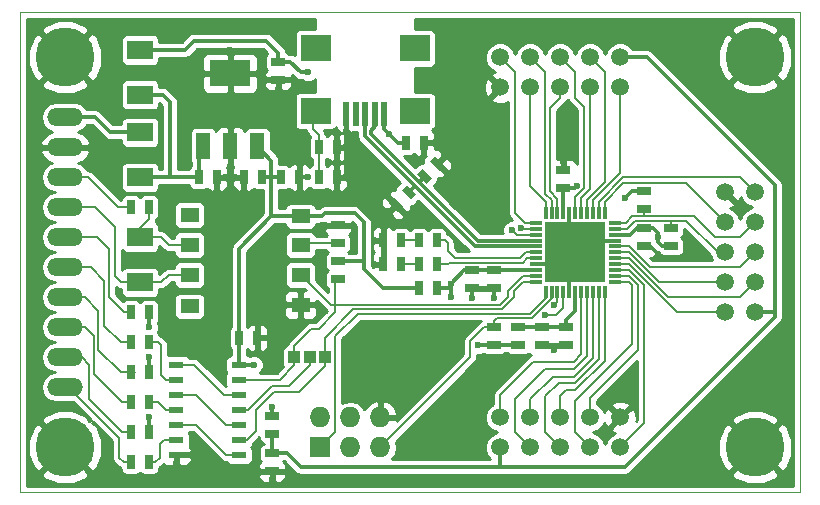
<source format=gtl>
%TF.FileFunction,Copper,L1,Top,Signal*%
%FSLAX46Y46*%
G04 Gerber Fmt 4.6, Leading zero omitted, Abs format (unit mm)*
G04 Created by KiCad (PCBNEW (2014-09-08 BZR 5122)-product) date Wed 17 Dec 2014 07:33:54 PM CET*
%MOMM*%
G01*
G04 APERTURE LIST*
%ADD10C,0.020000*%
%ADD11C,0.100000*%
%ADD12R,1.000000X1.000000*%
%ADD13R,1.727200X1.727200*%
%ADD14O,1.727200X1.727200*%
%ADD15C,1.506220*%
%ADD16R,1.200000X2.200000*%
%ADD17R,3.500000X2.200000*%
%ADD18C,5.000000*%
%ADD19R,1.524000X1.270000*%
%ADD20R,0.635000X1.143000*%
%ADD21R,1.143000X0.635000*%
%ADD22O,3.014980X1.506220*%
%ADD23R,1.100000X0.300000*%
%ADD24R,0.300000X1.100000*%
%ADD25R,5.200000X5.200000*%
%ADD26C,0.400000*%
%ADD27R,1.300000X0.600000*%
%ADD28R,0.500000X2.000000*%
%ADD29R,2.500000X2.200000*%
%ADD30R,2.199640X1.600200*%
%ADD31C,0.600000*%
%ADD32C,0.300000*%
%ADD33C,0.150000*%
%ADD34C,0.254000*%
G04 APERTURE END LIST*
D10*
D11*
X66040000Y0D02*
X0Y0D01*
X0Y40640000D02*
X66040000Y40640000D01*
X0Y40640000D02*
X0Y0D01*
X66040000Y0D02*
X66040000Y40640000D01*
D12*
X24511000Y11430000D03*
X23211000Y11430000D03*
X25811000Y11430000D03*
D13*
X25400000Y3810000D03*
D14*
X25400000Y6350000D03*
X27940000Y3810000D03*
X27940000Y6350000D03*
X30480000Y3810000D03*
X30480000Y6350000D03*
D15*
X40640000Y3810000D03*
X40640000Y6350000D03*
X43180000Y3810000D03*
X43180000Y6350000D03*
X45720000Y3810000D03*
X45720000Y6350000D03*
X48260000Y3810000D03*
X48260000Y6350000D03*
X50800000Y3810000D03*
X50800000Y6350000D03*
X62230000Y15240000D03*
X59690000Y15240000D03*
X62230000Y17780000D03*
X59690000Y17780000D03*
X62230000Y20320000D03*
X59690000Y20320000D03*
X62230000Y22860000D03*
X59690000Y22860000D03*
X62230000Y25400000D03*
X59690000Y25400000D03*
X50800000Y36830000D03*
X50800000Y34290000D03*
X48260000Y36830000D03*
X48260000Y34290000D03*
X45720000Y36830000D03*
X45720000Y34290000D03*
X43180000Y36830000D03*
X43180000Y34290000D03*
X40640000Y36830000D03*
X40640000Y34290000D03*
D16*
X15480000Y29285000D03*
X17780000Y29285000D03*
X20080000Y29285000D03*
D17*
X17780000Y35485000D03*
D18*
X3810000Y36830000D03*
X3810000Y3810000D03*
X62230000Y3810000D03*
X62230000Y36830000D03*
D19*
X14351000Y23495000D03*
X14351000Y20955000D03*
X14351000Y18415000D03*
X14351000Y15748000D03*
X23749000Y15875000D03*
X23749000Y18415000D03*
X23749000Y20955000D03*
X23749000Y23368000D03*
D20*
X15113000Y26670000D03*
X16637000Y26670000D03*
X22098000Y26670000D03*
X23622000Y26670000D03*
X18542000Y13081000D03*
X20066000Y13081000D03*
X20447000Y26670000D03*
X18923000Y26670000D03*
D21*
X21844000Y36449000D03*
X21844000Y34925000D03*
D20*
X26797000Y29210000D03*
X25273000Y29210000D03*
D21*
X52832000Y22352000D03*
X52832000Y20828000D03*
X40132000Y18796000D03*
X40132000Y17272000D03*
X45974000Y25781000D03*
X45974000Y27305000D03*
X46228000Y13970000D03*
X46228000Y12446000D03*
X44196000Y13970000D03*
X44196000Y12446000D03*
X38227000Y18796000D03*
X38227000Y17272000D03*
X21336000Y3302000D03*
X21336000Y1778000D03*
D10*
G36*
X32025790Y23724567D02*
X31217567Y24532790D01*
X31666580Y24981803D01*
X32474803Y24173580D01*
X32025790Y23724567D01*
X32025790Y23724567D01*
G37*
G36*
X33103420Y24802197D02*
X32295197Y25610420D01*
X32744210Y26059433D01*
X33552433Y25251210D01*
X33103420Y24802197D01*
X33103420Y24802197D01*
G37*
G36*
X35157210Y28472433D02*
X35965433Y27664210D01*
X35516420Y27215197D01*
X34708197Y28023420D01*
X35157210Y28472433D01*
X35157210Y28472433D01*
G37*
G36*
X34079580Y27394803D02*
X34887803Y26586580D01*
X34438790Y26137567D01*
X33630567Y26945790D01*
X34079580Y27394803D01*
X34079580Y27394803D01*
G37*
D20*
X34163000Y29591000D03*
X32639000Y29591000D03*
X32258000Y21336000D03*
X30734000Y21336000D03*
X32258000Y19304000D03*
X30734000Y19304000D03*
D21*
X42164000Y12446000D03*
X42164000Y13970000D03*
D20*
X33782000Y17272000D03*
X35306000Y17272000D03*
D21*
X21336000Y6477000D03*
X21336000Y4953000D03*
D20*
X10922000Y15240000D03*
X9398000Y15240000D03*
X10922000Y12700000D03*
X9398000Y12700000D03*
X10922000Y10160000D03*
X9398000Y10160000D03*
X10922000Y7620000D03*
X9398000Y7620000D03*
X10922000Y5080000D03*
X9398000Y5080000D03*
X10922000Y2540000D03*
X9398000Y2540000D03*
X10922000Y24130000D03*
X9398000Y24130000D03*
D21*
X26924000Y18034000D03*
X26924000Y19558000D03*
X40132000Y12446000D03*
X40132000Y13970000D03*
D20*
X25273000Y26670000D03*
X26797000Y26670000D03*
X35306000Y21336000D03*
X33782000Y21336000D03*
X35306000Y19304000D03*
X33782000Y19304000D03*
D21*
X26924000Y22606000D03*
X26924000Y21082000D03*
D22*
X3810000Y26670000D03*
X3810000Y24130000D03*
X3810000Y21590000D03*
X3810000Y19050000D03*
X3810000Y16510000D03*
X3810000Y13970000D03*
X3810000Y11430000D03*
X3810000Y8890000D03*
X3810000Y31750000D03*
X3810000Y29210000D03*
D23*
X50340000Y17820000D03*
X50340000Y18320000D03*
X50340000Y18820000D03*
X50340000Y19320000D03*
X50340000Y19820000D03*
X50340000Y20320000D03*
X50340000Y20820000D03*
X50340000Y21320000D03*
X50340000Y21820000D03*
X50340000Y22320000D03*
X50340000Y22820000D03*
D24*
X49490000Y23670000D03*
X48990000Y23670000D03*
X48490000Y23670000D03*
X47990000Y23670000D03*
X47490000Y23670000D03*
X46990000Y23670000D03*
X46490000Y23670000D03*
X45990000Y23670000D03*
X45490000Y23670000D03*
X44990000Y23670000D03*
X44490000Y23670000D03*
D23*
X43640000Y22820000D03*
X43640000Y22320000D03*
X43640000Y21820000D03*
X43640000Y21320000D03*
X43640000Y20820000D03*
X43640000Y20320000D03*
X43640000Y19820000D03*
X43640000Y19320000D03*
X43640000Y18820000D03*
X43640000Y18320000D03*
X43640000Y17820000D03*
D24*
X44490000Y16970000D03*
X44990000Y16970000D03*
X45490000Y16970000D03*
X45990000Y16970000D03*
X46490000Y16970000D03*
X46990000Y16970000D03*
X47490000Y16970000D03*
X47990000Y16970000D03*
X48490000Y16970000D03*
X48990000Y16970000D03*
X49490000Y16970000D03*
D25*
X46990000Y20320000D03*
D26*
X46990000Y18415000D03*
X45085000Y18415000D03*
X48895000Y18415000D03*
X48895000Y20320000D03*
X46990000Y20320000D03*
X45085000Y20320000D03*
X45085000Y22225000D03*
X48895000Y22225000D03*
X46990000Y22225000D03*
X48006000Y19304000D03*
X48006000Y21336000D03*
X45974000Y21336000D03*
X45974000Y19304000D03*
D27*
X13225000Y10795000D03*
X13225000Y9525000D03*
X13225000Y8255000D03*
X13225000Y6985000D03*
X13225000Y5715000D03*
X13225000Y4445000D03*
X13225000Y3175000D03*
X18525000Y3175000D03*
X18525000Y4445000D03*
X18525000Y6985000D03*
X18525000Y8255000D03*
X18525000Y9525000D03*
X18525000Y10795000D03*
X18525000Y5715000D03*
D21*
X52832000Y25527000D03*
X52832000Y24003000D03*
X55118000Y20828000D03*
X55118000Y22352000D03*
D28*
X29210000Y32040000D03*
X30810000Y32040000D03*
X30010000Y32040000D03*
X28410000Y32040000D03*
X27610000Y32040000D03*
D29*
X33410000Y32290000D03*
X25010000Y32290000D03*
X25010000Y37590000D03*
X33410000Y37590000D03*
D30*
X10160000Y30474920D03*
X10160000Y26675080D03*
X10160000Y37459920D03*
X10160000Y33660080D03*
X10160000Y17785080D03*
X10160000Y21584920D03*
D31*
X54991000Y36830000D03*
X62230000Y11049000D03*
X36449000Y3810000D03*
X21336000Y1016000D03*
X13208000Y2413000D03*
X20701000Y13081000D03*
X45212000Y12065000D03*
X27622500Y29210000D03*
X27622500Y26670000D03*
X17780000Y27559000D03*
X17399000Y26670000D03*
X18161000Y26670000D03*
X27622500Y30480000D03*
X21844000Y34036000D03*
X38227000Y16446500D03*
X40132000Y16446500D03*
X17780000Y37465000D03*
X25146000Y15875000D03*
X24384000Y26670000D03*
X34925000Y29591000D03*
X35864800Y28397200D03*
X31292800Y23825200D03*
X29972000Y21336000D03*
X29972000Y19304000D03*
X25654000Y22606000D03*
X45974000Y28067000D03*
X53975000Y20193000D03*
X31242000Y30353000D03*
X24384000Y35560000D03*
X42418000Y22352000D03*
X41656000Y22225000D03*
X45212000Y15875000D03*
X44450000Y14986000D03*
X21336000Y7239000D03*
X19812000Y10795000D03*
X10922000Y11430000D03*
X10922000Y6350000D03*
X10922000Y13970000D03*
X36449000Y17653000D03*
X38735000Y12446000D03*
X36449000Y16510000D03*
X47117000Y25908000D03*
X53975000Y21590000D03*
X51181000Y24892000D03*
D32*
X10160000Y33660080D02*
X12059920Y33660080D01*
X12700000Y33020000D02*
X12700000Y26675080D01*
X12059920Y33660080D02*
X12700000Y33020000D01*
X15113000Y26670000D02*
X15113000Y28918000D01*
X15113000Y28918000D02*
X15480000Y29285000D01*
X10160000Y26675080D02*
X12700000Y26675080D01*
X12700000Y26675080D02*
X15107920Y26675080D01*
X15107920Y26675080D02*
X15113000Y26670000D01*
X15278000Y29083000D02*
X15480000Y29285000D01*
X21336000Y1778000D02*
X21336000Y1016000D01*
X13225000Y3175000D02*
X13208000Y3158000D01*
X13208000Y3158000D02*
X13208000Y2413000D01*
X20066000Y13081000D02*
X20701000Y13081000D01*
X45212000Y12446000D02*
X45212000Y12065000D01*
X44196000Y12446000D02*
X45212000Y12446000D01*
X45212000Y12446000D02*
X46228000Y12446000D01*
X27622500Y29210000D02*
X27622500Y26670000D01*
X27622500Y26670000D02*
X26797000Y26670000D01*
X27622500Y29210000D02*
X27622500Y30480000D01*
X26797000Y29210000D02*
X27622500Y29210000D01*
X17780000Y26670000D02*
X17780000Y27559000D01*
X17780000Y27559000D02*
X17780000Y29285000D01*
X17399000Y26670000D02*
X17780000Y26670000D01*
X17780000Y26670000D02*
X18161000Y26670000D01*
X16637000Y26670000D02*
X17399000Y26670000D01*
X18161000Y26670000D02*
X18923000Y26670000D01*
X27609800Y32110680D02*
X27609800Y30492700D01*
X27609800Y30492700D02*
X27622500Y30480000D01*
X21844000Y34925000D02*
X21844000Y34036000D01*
X38227000Y17272000D02*
X38227000Y16446500D01*
X40132000Y17272000D02*
X40132000Y16446500D01*
X17780000Y35485000D02*
X17780000Y37465000D01*
X23749000Y15875000D02*
X25146000Y15875000D01*
X23622000Y26670000D02*
X24384000Y26670000D01*
X34163000Y29591000D02*
X34925000Y29591000D01*
X35336815Y27869215D02*
X35864800Y28397200D01*
X35336815Y27843815D02*
X35336815Y27869215D01*
X31820785Y24353185D02*
X31292800Y23825200D01*
X31846185Y24353185D02*
X31820785Y24353185D01*
X30734000Y21336000D02*
X29972000Y21336000D01*
X30734000Y19304000D02*
X29972000Y19304000D01*
X26924000Y22606000D02*
X25654000Y22606000D01*
X46990000Y20320000D02*
X46490000Y19820000D01*
X46490000Y19820000D02*
X46490000Y16970000D01*
X46990000Y20320000D02*
X47990000Y21320000D01*
X47990000Y21320000D02*
X50340000Y21320000D01*
X46990000Y20320000D02*
X46490000Y20820000D01*
X43640000Y19320000D02*
X45990000Y19320000D01*
X45990000Y19320000D02*
X46990000Y20320000D01*
X46490000Y20820000D02*
X46490000Y23670000D01*
X45974000Y27305000D02*
X45974000Y28067000D01*
X53340000Y20828000D02*
X53975000Y20193000D01*
X52832000Y20828000D02*
X53340000Y20828000D01*
X32004000Y29591000D02*
X30810200Y30784800D01*
X30810200Y30784800D02*
X30810200Y32110680D01*
X21844000Y36449000D02*
X21844000Y37211000D01*
X13964920Y37459920D02*
X10160000Y37459920D01*
X14732000Y38227000D02*
X13964920Y37459920D01*
X20828000Y38227000D02*
X14732000Y38227000D01*
X21844000Y37211000D02*
X20828000Y38227000D01*
X32639000Y29591000D02*
X32004000Y29591000D01*
X30810000Y30785000D02*
X31242000Y30353000D01*
X24384000Y35560000D02*
X23749000Y35560000D01*
X23749000Y35560000D02*
X22860000Y36449000D01*
X22860000Y36449000D02*
X21844000Y36449000D01*
X30810000Y32040000D02*
X30810000Y30785000D01*
X46228000Y14605000D02*
X46228000Y13970000D01*
X44196000Y13970000D02*
X46228000Y13970000D01*
X42164000Y13970000D02*
X44196000Y13970000D01*
X46990000Y16970000D02*
X46990000Y15820000D01*
X46990000Y15820000D02*
X46990000Y15367000D01*
X46990000Y15367000D02*
X46228000Y14605000D01*
X41795700Y21272500D02*
X42646600Y21272500D01*
X42694100Y21320000D02*
X43640000Y21320000D01*
X42646600Y21272500D02*
X42694100Y21320000D01*
X29972000Y32072580D02*
X30010100Y32110680D01*
X41795700Y21272500D02*
X41795700Y21272500D01*
X41795700Y21272500D02*
X41795700Y21272500D01*
X29667200Y30637480D02*
X29667200Y30327600D01*
X33756600Y26238200D02*
X38724798Y21270002D01*
X29667200Y30327600D02*
X33756600Y26238200D01*
X38724798Y21270002D02*
X41795700Y21270002D01*
X41795700Y21270002D02*
X41795700Y21272500D01*
X30010100Y30980380D02*
X29667200Y30637480D01*
X30010100Y32110680D02*
X30010100Y30980380D01*
X34259185Y26740785D02*
X33756600Y26238200D01*
X34259185Y26766185D02*
X34259185Y26740785D01*
X43640000Y20820000D02*
X42490000Y20820000D01*
X42490000Y20820000D02*
X38538402Y20820000D01*
X38538402Y20820000D02*
X33401000Y25957402D01*
X29217198Y32103482D02*
X29210000Y32110680D01*
X29217198Y32103482D02*
X29210000Y32110680D01*
X33401000Y25957402D02*
X29210000Y30148402D01*
X29210000Y30148402D02*
X29210000Y32110680D01*
X33425701Y25932701D02*
X33401000Y25908000D01*
X33401000Y25908000D02*
X33401000Y25957402D01*
X32923815Y25430815D02*
X33425701Y25932701D01*
X3810000Y31750000D02*
X6350000Y31750000D01*
X7625080Y30474920D02*
X10160000Y30474920D01*
X6350000Y31750000D02*
X7625080Y30474920D01*
D33*
X3810000Y24130000D02*
X6350000Y24130000D01*
X8503920Y17785080D02*
X10160000Y17785080D01*
X8001000Y18288000D02*
X8503920Y17785080D01*
X8001000Y22479000D02*
X8001000Y18288000D01*
X6350000Y24130000D02*
X8001000Y22479000D01*
X11943080Y17785080D02*
X12573000Y18415000D01*
X12573000Y18415000D02*
X14351000Y18415000D01*
X10160000Y17785080D02*
X11943080Y17785080D01*
X10160000Y21584920D02*
X10160000Y22352000D01*
X10160000Y22352000D02*
X10922000Y23114000D01*
X10922000Y23114000D02*
X10922000Y24130000D01*
X11943080Y21584920D02*
X12573000Y20955000D01*
X12573000Y20955000D02*
X14351000Y20955000D01*
X10160000Y21584920D02*
X11943080Y21584920D01*
X26289000Y15875000D02*
X26670000Y15875000D01*
X23749000Y18415000D02*
X26289000Y15875000D01*
X26670000Y17780000D02*
X26670000Y15875000D01*
X26924000Y18034000D02*
X26670000Y17780000D01*
X40640000Y15875000D02*
X26670000Y15875000D01*
X41275000Y16510000D02*
X40640000Y15875000D01*
X41275000Y17018000D02*
X41275000Y16510000D01*
X42577000Y18320000D02*
X41275000Y17018000D01*
X43640000Y18320000D02*
X42577000Y18320000D01*
X21971000Y9525000D02*
X23211000Y10765000D01*
X23211000Y10765000D02*
X23211000Y11430000D01*
X18525000Y9525000D02*
X21971000Y9525000D01*
X23211000Y12416000D02*
X24638000Y13843000D01*
X24638000Y13843000D02*
X25273000Y13843000D01*
X25273000Y13843000D02*
X26670000Y15240000D01*
X26670000Y15240000D02*
X26670000Y15875000D01*
X23211000Y11430000D02*
X23211000Y12416000D01*
X51522000Y17820000D02*
X51816000Y17526000D01*
X51816000Y17526000D02*
X51816000Y12573000D01*
X51816000Y12573000D02*
X46990000Y7747000D01*
X46990000Y7747000D02*
X46990000Y5080000D01*
X46990000Y5080000D02*
X48260000Y3810000D01*
X50340000Y17820000D02*
X51522000Y17820000D01*
X51530000Y18320000D02*
X52324000Y17526000D01*
X52324000Y17526000D02*
X52324000Y12065000D01*
X52324000Y12065000D02*
X48260000Y8001000D01*
X48260000Y8001000D02*
X48260000Y6350000D01*
X50340000Y18320000D02*
X51530000Y18320000D01*
X50340000Y18820000D02*
X51490000Y18820000D01*
X52832000Y5842000D02*
X52832000Y17526000D01*
X52832000Y5842000D02*
X50800000Y3810000D01*
X52832000Y17526000D02*
X51538000Y18820000D01*
X51538000Y18820000D02*
X51490000Y18820000D01*
X50340000Y19320000D02*
X51490000Y19320000D01*
X55626000Y15240000D02*
X59690000Y15240000D01*
X51546000Y19320000D02*
X55626000Y15240000D01*
X51490000Y19320000D02*
X51546000Y19320000D01*
X50340000Y19820000D02*
X51490000Y19820000D01*
X54864000Y16510000D02*
X60960000Y16510000D01*
X60960000Y16510000D02*
X62230000Y17780000D01*
X51554000Y19820000D02*
X54864000Y16510000D01*
X51490000Y19820000D02*
X51554000Y19820000D01*
X50340000Y20320000D02*
X51490000Y20320000D01*
X54102000Y17780000D02*
X59690000Y17780000D01*
X51562000Y20320000D02*
X54102000Y17780000D01*
X51490000Y20320000D02*
X51562000Y20320000D01*
X50340000Y20820000D02*
X51490000Y20820000D01*
X53340000Y19050000D02*
X60960000Y19050000D01*
X60960000Y19050000D02*
X62230000Y20320000D01*
X51570000Y20820000D02*
X53340000Y19050000D01*
X51490000Y20820000D02*
X51570000Y20820000D01*
X49490000Y24598000D02*
X51054000Y26162000D01*
X51054000Y26162000D02*
X56388000Y26162000D01*
X56388000Y26162000D02*
X59690000Y22860000D01*
X49490000Y23670000D02*
X49490000Y24598000D01*
X48990000Y24606000D02*
X51054000Y26670000D01*
X51054000Y26670000D02*
X60960000Y26670000D01*
X60960000Y26670000D02*
X62230000Y25400000D01*
X48990000Y23670000D02*
X48990000Y24606000D01*
X48490000Y24741000D02*
X50800000Y27051000D01*
X50800000Y27051000D02*
X50800000Y34290000D01*
X48490000Y23670000D02*
X48490000Y24741000D01*
X47990000Y24749000D02*
X49530000Y26289000D01*
X49530000Y26289000D02*
X49530000Y35560000D01*
X49530000Y35560000D02*
X48260000Y36830000D01*
X47990000Y23670000D02*
X47990000Y24749000D01*
X47490000Y23670000D02*
X47490000Y24820000D01*
X47490000Y24884000D02*
X48260000Y25654000D01*
X47490000Y24820000D02*
X47490000Y24884000D01*
X48260000Y25654000D02*
X48260000Y34290000D01*
X46990000Y23670000D02*
X46990000Y24820000D01*
X46990000Y25019000D02*
X47752000Y25781000D01*
X47752000Y25781000D02*
X47752000Y32639000D01*
X47752000Y32639000D02*
X46990000Y33401000D01*
X46990000Y33401000D02*
X46990000Y35560000D01*
X46990000Y24820000D02*
X46990000Y25019000D01*
X46990000Y35560000D02*
X45720000Y36830000D01*
X45720000Y33401000D02*
X44831000Y32512000D01*
X44831000Y32512000D02*
X44831000Y25527000D01*
X44831000Y25527000D02*
X45490000Y24868000D01*
X45490000Y24868000D02*
X45490000Y23670000D01*
X45720000Y34290000D02*
X45720000Y33401000D01*
X44990000Y24733000D02*
X44450000Y25273000D01*
X44450000Y25273000D02*
X44450000Y35560000D01*
X44450000Y35560000D02*
X43180000Y36830000D01*
X44990000Y23670000D02*
X44990000Y24733000D01*
X44490000Y24598000D02*
X43180000Y25908000D01*
X43180000Y25908000D02*
X43180000Y34290000D01*
X44490000Y23670000D02*
X44490000Y24598000D01*
X42712000Y22820000D02*
X41910000Y23622000D01*
X41910000Y23622000D02*
X41910000Y35560000D01*
X41910000Y35560000D02*
X40640000Y36830000D01*
X43640000Y22820000D02*
X42712000Y22820000D01*
X43640000Y22320000D02*
X42450000Y22320000D01*
X42450000Y22320000D02*
X42418000Y22352000D01*
X43640000Y21820000D02*
X42061000Y21820000D01*
X42061000Y21820000D02*
X41656000Y22225000D01*
X43640000Y20320000D02*
X42799000Y20320000D01*
X35941000Y21336000D02*
X35306000Y21336000D01*
X36195000Y21082000D02*
X35941000Y21336000D01*
X36195000Y20447000D02*
X36195000Y21082000D01*
X36830000Y19812000D02*
X36195000Y20447000D01*
X42291000Y19812000D02*
X36830000Y19812000D01*
X42799000Y20320000D02*
X42291000Y19812000D01*
X43640000Y19820000D02*
X42934000Y19820000D01*
X36195000Y19304000D02*
X35306000Y19304000D01*
X36322000Y19431000D02*
X36195000Y19304000D01*
X42545000Y19431000D02*
X36322000Y19431000D01*
X42934000Y19820000D02*
X42545000Y19431000D01*
X19177000Y4445000D02*
X19939000Y5207000D01*
X19939000Y5207000D02*
X19939000Y6985000D01*
X19939000Y6985000D02*
X21463000Y8509000D01*
X21463000Y8509000D02*
X23622000Y8509000D01*
X23622000Y8509000D02*
X25811000Y10698000D01*
X25811000Y10698000D02*
X25811000Y11430000D01*
X18525000Y4445000D02*
X19177000Y4445000D01*
X42585000Y17820000D02*
X41783000Y17018000D01*
X41783000Y17018000D02*
X41783000Y16510000D01*
X41783000Y16510000D02*
X40767000Y15494000D01*
X40767000Y15494000D02*
X28194000Y15494000D01*
X28194000Y15494000D02*
X25811000Y13111000D01*
X25811000Y13111000D02*
X25811000Y11430000D01*
X43640000Y17820000D02*
X42585000Y17820000D01*
X25400000Y3810000D02*
X26670000Y5080000D01*
X44490000Y16423000D02*
X44490000Y16970000D01*
X43180000Y15113000D02*
X44490000Y16423000D01*
X28575000Y15113000D02*
X43180000Y15113000D01*
X26670000Y13208000D02*
X28575000Y15113000D01*
X26670000Y5080000D02*
X26670000Y13208000D01*
X30480000Y3810000D02*
X38100000Y11430000D01*
X39243000Y13970000D02*
X40132000Y13970000D01*
X38100000Y12827000D02*
X39243000Y13970000D01*
X38100000Y11430000D02*
X38100000Y12827000D01*
X44990000Y16415000D02*
X43307000Y14732000D01*
X43307000Y14732000D02*
X40386000Y14732000D01*
X40386000Y14732000D02*
X40132000Y14478000D01*
X40132000Y14478000D02*
X40132000Y13970000D01*
X44990000Y16970000D02*
X44990000Y16415000D01*
X45490000Y16153000D02*
X45490000Y16970000D01*
X45212000Y15875000D02*
X45490000Y16153000D01*
X44450000Y14986000D02*
X45212000Y14986000D01*
X45212000Y14986000D02*
X45339000Y14986000D01*
X45339000Y14986000D02*
X45990000Y15637000D01*
X45990000Y15637000D02*
X45990000Y16970000D01*
X40640000Y8255000D02*
X43434000Y11049000D01*
X43434000Y11049000D02*
X46863000Y11049000D01*
X46863000Y11049000D02*
X47490000Y11676000D01*
X40640000Y8255000D02*
X40640000Y6350000D01*
X40640000Y6604000D02*
X40640000Y6350000D01*
X47490000Y16970000D02*
X47490000Y15820000D01*
X47490000Y11676000D02*
X47490000Y15820000D01*
X41910000Y5080000D02*
X43180000Y3810000D01*
X47990000Y16970000D02*
X47990000Y15820000D01*
X47990000Y11541000D02*
X46863000Y10414000D01*
X46863000Y10414000D02*
X44450000Y10414000D01*
X44450000Y10414000D02*
X41910000Y7874000D01*
X41910000Y7874000D02*
X41910000Y5080000D01*
X47990000Y15820000D02*
X47990000Y11541000D01*
X43180000Y7874000D02*
X45085000Y9779000D01*
X45085000Y9779000D02*
X46863000Y9779000D01*
X46863000Y9779000D02*
X48490000Y11406000D01*
X43180000Y7874000D02*
X43180000Y6350000D01*
X43180000Y5969000D02*
X43180000Y6350000D01*
X48490000Y16970000D02*
X48490000Y15820000D01*
X48490000Y11406000D02*
X48490000Y15820000D01*
X44450000Y5080000D02*
X44450000Y8128000D01*
X44450000Y8128000D02*
X45593000Y9271000D01*
X45593000Y9271000D02*
X46990000Y9271000D01*
X46990000Y9271000D02*
X48990000Y11271000D01*
X44450000Y5080000D02*
X45720000Y3810000D01*
X48990000Y16970000D02*
X48990000Y15820000D01*
X48990000Y11271000D02*
X48990000Y15820000D01*
X49490000Y16970000D02*
X49490000Y15820000D01*
X45720000Y8128000D02*
X46228000Y8636000D01*
X46228000Y8636000D02*
X46990000Y8636000D01*
X46990000Y8636000D02*
X49490000Y11136000D01*
X49490000Y11136000D02*
X49490000Y15820000D01*
X45720000Y8128000D02*
X45720000Y6350000D01*
X45720000Y6350000D02*
X45720000Y6985000D01*
X3810000Y26670000D02*
X5715000Y26670000D01*
X8255000Y24130000D02*
X9398000Y24130000D01*
X5715000Y26670000D02*
X8255000Y24130000D01*
X3810000Y21590000D02*
X6477000Y21590000D01*
X8763000Y15240000D02*
X9398000Y15240000D01*
X7493000Y16510000D02*
X8763000Y15240000D01*
X7493000Y20574000D02*
X7493000Y16510000D01*
X6477000Y21590000D02*
X7493000Y20574000D01*
X3810000Y19050000D02*
X5969000Y19050000D01*
X8509000Y12700000D02*
X9398000Y12700000D01*
X7112000Y14097000D02*
X8509000Y12700000D01*
X7112000Y17907000D02*
X7112000Y14097000D01*
X5969000Y19050000D02*
X7112000Y17907000D01*
X3810000Y16510000D02*
X5461000Y16510000D01*
X8509000Y10160000D02*
X9398000Y10160000D01*
X6604000Y12065000D02*
X8509000Y10160000D01*
X6604000Y15367000D02*
X6604000Y12065000D01*
X5461000Y16510000D02*
X6604000Y15367000D01*
X9525000Y10160000D02*
X9710420Y10160000D01*
X3810000Y13970000D02*
X5461000Y13970000D01*
X8636000Y7620000D02*
X9398000Y7620000D01*
X6223000Y10033000D02*
X8636000Y7620000D01*
X6223000Y13208000D02*
X6223000Y10033000D01*
X5461000Y13970000D02*
X6223000Y13208000D01*
X3810000Y11430000D02*
X5207000Y11430000D01*
X5207000Y11430000D02*
X5842000Y10795000D01*
X5842000Y10795000D02*
X5842000Y7874000D01*
X5842000Y7874000D02*
X8636000Y5080000D01*
X8636000Y5080000D02*
X9398000Y5080000D01*
X3810000Y8890000D02*
X4064000Y8890000D01*
X4064000Y8890000D02*
X8382000Y4572000D01*
X8382000Y4572000D02*
X8382000Y2921000D01*
X8382000Y2921000D02*
X8763000Y2540000D01*
X8763000Y2540000D02*
X9398000Y2540000D01*
X18525000Y8255000D02*
X17272000Y8255000D01*
X14732000Y10795000D02*
X13225000Y10795000D01*
X17272000Y8255000D02*
X14732000Y10795000D01*
X18525000Y5715000D02*
X17399000Y5715000D01*
X14859000Y8255000D02*
X13225000Y8255000D01*
X17399000Y5715000D02*
X14859000Y8255000D01*
X23876000Y21082000D02*
X23749000Y20955000D01*
X26924000Y21082000D02*
X23876000Y21082000D01*
X18525000Y3175000D02*
X17399000Y3175000D01*
X14859000Y5715000D02*
X13225000Y5715000D01*
X17399000Y3175000D02*
X14859000Y5715000D01*
X24759920Y32209740D02*
X24759920Y30739080D01*
X24759920Y30739080D02*
X25273000Y30226000D01*
X25273000Y29210000D02*
X25273000Y26670000D01*
X25273000Y30226000D02*
X25273000Y29210000D01*
D32*
X40640000Y2159000D02*
X23749000Y2159000D01*
X22606000Y3302000D02*
X21336000Y3302000D01*
X23749000Y2159000D02*
X22606000Y3302000D01*
X21336000Y4953000D02*
X21336000Y3302000D01*
X62230000Y15240000D02*
X63881000Y15240000D01*
X63881000Y15240000D02*
X63754000Y15240000D01*
X63754000Y15240000D02*
X63881000Y15240000D01*
X40640000Y2159000D02*
X51181000Y2159000D01*
X51181000Y2159000D02*
X63881000Y14859000D01*
X63881000Y14859000D02*
X63881000Y15240000D01*
X53086000Y36830000D02*
X50800000Y36830000D01*
X63881000Y15240000D02*
X63881000Y26035000D01*
X63881000Y26035000D02*
X53086000Y36830000D01*
X40640000Y2159000D02*
X40640000Y3810000D01*
D33*
X33782000Y21336000D02*
X32258000Y21336000D01*
X33782000Y19304000D02*
X32258000Y19304000D01*
D32*
X21336000Y7239000D02*
X21336000Y6477000D01*
X18525000Y10795000D02*
X19812000Y10795000D01*
X18542000Y13081000D02*
X18542000Y10812000D01*
X18542000Y10812000D02*
X18525000Y10795000D01*
X18542000Y13081000D02*
X18542000Y20637500D01*
X18542000Y20637500D02*
X21272500Y23368000D01*
X10922000Y10160000D02*
X10922000Y11430000D01*
X10922000Y5080000D02*
X10922000Y6350000D01*
X10922000Y13970000D02*
X10922000Y15240000D01*
X21272500Y26670000D02*
X21272500Y23368000D01*
X21272500Y28092500D02*
X21272500Y26670000D01*
X20080000Y29285000D02*
X21272500Y28092500D01*
X21209000Y26670000D02*
X21272500Y26670000D01*
X21272500Y26670000D02*
X21209000Y26670000D01*
X20447000Y26670000D02*
X21272500Y26670000D01*
X22098000Y26670000D02*
X21272500Y26670000D01*
X21336000Y23368000D02*
X21272500Y23368000D01*
X21272500Y23368000D02*
X21336000Y23368000D01*
X23749000Y23368000D02*
X21272500Y23368000D01*
X25527000Y23368000D02*
X25781000Y23622000D01*
X25781000Y23622000D02*
X28321000Y23622000D01*
X28321000Y23622000D02*
X29083000Y22860000D01*
X29083000Y19558000D02*
X29083000Y18923000D01*
X29083000Y22860000D02*
X29083000Y19558000D01*
X29083000Y18923000D02*
X30734000Y17272000D01*
X30734000Y17272000D02*
X33782000Y17272000D01*
X23749000Y23368000D02*
X25527000Y23368000D01*
X28956000Y19558000D02*
X29083000Y19558000D01*
X29083000Y19558000D02*
X28956000Y19558000D01*
X26924000Y19558000D02*
X29083000Y19558000D01*
D33*
X13225000Y9525000D02*
X12319000Y9525000D01*
X11684000Y12700000D02*
X10922000Y12700000D01*
X11938000Y12446000D02*
X11684000Y12700000D01*
X11938000Y9906000D02*
X11938000Y12446000D01*
X12319000Y9525000D02*
X11938000Y9906000D01*
X13225000Y6985000D02*
X12319000Y6985000D01*
X11684000Y7620000D02*
X10922000Y7620000D01*
X12319000Y6985000D02*
X11684000Y7620000D01*
X13225000Y4445000D02*
X12192000Y4445000D01*
X11430000Y2540000D02*
X10922000Y2540000D01*
X11811000Y2921000D02*
X11430000Y2540000D01*
X11811000Y4064000D02*
X11811000Y2921000D01*
X12192000Y4445000D02*
X11811000Y4064000D01*
X19304000Y6985000D02*
X21336000Y9017000D01*
X21336000Y9017000D02*
X22733000Y9017000D01*
X22733000Y9017000D02*
X24511000Y10795000D01*
X24511000Y10795000D02*
X24511000Y11430000D01*
X18525000Y6985000D02*
X19304000Y6985000D01*
X59563000Y20320000D02*
X59690000Y20320000D01*
X59055000Y20320000D02*
X59690000Y20320000D01*
X51403000Y22320000D02*
X52070000Y22987000D01*
X50340000Y22320000D02*
X51403000Y22320000D01*
X55118000Y22987000D02*
X56388000Y22987000D01*
X54610000Y22987000D02*
X55118000Y22987000D01*
X52070000Y22987000D02*
X54610000Y22987000D01*
X56388000Y22987000D02*
X59055000Y20320000D01*
X55118000Y22352000D02*
X55118000Y22987000D01*
X51268000Y22820000D02*
X51816000Y23368000D01*
X52832000Y23368000D02*
X57023000Y23368000D01*
X51816000Y23368000D02*
X52832000Y23368000D01*
X57023000Y23368000D02*
X58801000Y21590000D01*
X58801000Y21590000D02*
X60960000Y21590000D01*
X60960000Y21590000D02*
X62230000Y22860000D01*
X50340000Y22820000D02*
X51268000Y22820000D01*
X52832000Y24003000D02*
X52832000Y23368000D01*
D32*
X40132000Y12446000D02*
X38735000Y12446000D01*
X43640000Y18820000D02*
X42490000Y18820000D01*
X41275000Y18820000D02*
X40156000Y18820000D01*
X42490000Y18820000D02*
X41275000Y18820000D01*
X36449000Y17272000D02*
X36449000Y16510000D01*
X40156000Y18820000D02*
X40132000Y18796000D01*
X40132000Y18796000D02*
X38227000Y18796000D01*
X42164000Y12446000D02*
X41148000Y12446000D01*
X41148000Y12446000D02*
X40132000Y12446000D01*
X36322000Y17272000D02*
X36449000Y17272000D01*
X35306000Y17272000D02*
X36449000Y17272000D01*
X36449000Y17653000D02*
X37592000Y18796000D01*
X37592000Y18796000D02*
X38227000Y18796000D01*
X36449000Y17272000D02*
X36449000Y17653000D01*
X36322000Y17272000D02*
X36449000Y17272000D01*
X45990000Y25765000D02*
X45974000Y25781000D01*
X45990000Y23670000D02*
X45990000Y25765000D01*
X46990000Y25781000D02*
X47117000Y25908000D01*
X45974000Y25781000D02*
X46990000Y25781000D01*
X51665000Y21820000D02*
X50340000Y21820000D01*
X52197000Y22352000D02*
X51665000Y21820000D01*
X52832000Y22352000D02*
X52197000Y22352000D01*
X53975000Y21971000D02*
X53594000Y22352000D01*
X53594000Y22352000D02*
X52832000Y22352000D01*
X53975000Y21590000D02*
X53975000Y21971000D01*
X53975000Y21209000D02*
X54356000Y20828000D01*
X54356000Y20828000D02*
X55118000Y20828000D01*
X53975000Y21590000D02*
X53975000Y21209000D01*
X51816000Y25527000D02*
X51181000Y24892000D01*
X52832000Y25527000D02*
X51816000Y25527000D01*
D34*
G36*
X28406000Y20235000D02*
X27881290Y20235000D01*
X27796290Y20320000D01*
X27942269Y20465979D01*
X28022500Y20659673D01*
X28022500Y20869327D01*
X28022500Y21504327D01*
X27942269Y21698022D01*
X27872658Y21767633D01*
X28033827Y21928802D01*
X28130500Y22162191D01*
X28130500Y22320250D01*
X27971750Y22479000D01*
X27051000Y22479000D01*
X27051000Y22459000D01*
X26797000Y22459000D01*
X26797000Y22479000D01*
X25876250Y22479000D01*
X25717500Y22320250D01*
X25717500Y22162191D01*
X25814173Y21928802D01*
X25975341Y21767633D01*
X25905731Y21698021D01*
X25899923Y21684000D01*
X25038000Y21684000D01*
X25038000Y21694827D01*
X24957769Y21888522D01*
X24809521Y22036769D01*
X24615827Y22117000D01*
X24406173Y22117000D01*
X22882173Y22117000D01*
X22688478Y22036769D01*
X22540231Y21888521D01*
X22460000Y21694827D01*
X22460000Y21485173D01*
X22460000Y20215173D01*
X22540231Y20021478D01*
X22688479Y19873231D01*
X22882173Y19793000D01*
X23091827Y19793000D01*
X24615827Y19793000D01*
X24809522Y19873231D01*
X24957769Y20021479D01*
X25038000Y20215173D01*
X25038000Y20424827D01*
X25038000Y20480000D01*
X25899922Y20480000D01*
X25905731Y20465978D01*
X26051709Y20320001D01*
X25905731Y20174021D01*
X25825500Y19980327D01*
X25825500Y19770673D01*
X25825500Y19135673D01*
X25905731Y18941978D01*
X26051709Y18796001D01*
X25905731Y18650021D01*
X25825500Y18456327D01*
X25825500Y18246673D01*
X25825500Y17611673D01*
X25905731Y17417978D01*
X26053979Y17269731D01*
X26068000Y17263924D01*
X26068000Y16947357D01*
X25038000Y17977357D01*
X25038000Y19154827D01*
X24957769Y19348522D01*
X24809521Y19496769D01*
X24615827Y19577000D01*
X24406173Y19577000D01*
X22882173Y19577000D01*
X22688478Y19496769D01*
X22540231Y19348521D01*
X22460000Y19154827D01*
X22460000Y18945173D01*
X22460000Y17675173D01*
X22540231Y17481478D01*
X22688479Y17333231D01*
X22882173Y17253000D01*
X23091827Y17253000D01*
X24059643Y17253000D01*
X24167643Y17145000D01*
X24034750Y17145000D01*
X23876000Y16986250D01*
X23876000Y16002000D01*
X24987250Y16002000D01*
X25146000Y16160750D01*
X25146000Y16166644D01*
X25863321Y15449322D01*
X25863322Y15449322D01*
X25962018Y15383375D01*
X25146000Y14567357D01*
X25146000Y15113691D01*
X25146000Y15589250D01*
X24987250Y15748000D01*
X23876000Y15748000D01*
X23876000Y14763750D01*
X24034750Y14605000D01*
X24384691Y14605000D01*
X24637310Y14605000D01*
X24870699Y14701673D01*
X25049327Y14880302D01*
X25146000Y15113691D01*
X25146000Y14567357D01*
X25023643Y14445000D01*
X24638000Y14445000D01*
X24407625Y14399175D01*
X24212322Y14268678D01*
X23622000Y13678356D01*
X23622000Y14763750D01*
X23622000Y15748000D01*
X23622000Y16002000D01*
X23622000Y16986250D01*
X23463250Y17145000D01*
X23113309Y17145000D01*
X22860690Y17145000D01*
X22627301Y17048327D01*
X22448673Y16869698D01*
X22352000Y16636309D01*
X22352000Y16160750D01*
X22510750Y16002000D01*
X23622000Y16002000D01*
X23622000Y15748000D01*
X22510750Y15748000D01*
X22352000Y15589250D01*
X22352000Y15113691D01*
X22448673Y14880302D01*
X22627301Y14701673D01*
X22860690Y14605000D01*
X23113309Y14605000D01*
X23463250Y14605000D01*
X23622000Y14763750D01*
X23622000Y13678356D01*
X22785322Y12841678D01*
X22654825Y12646375D01*
X22617155Y12457000D01*
X22606173Y12457000D01*
X22412478Y12376769D01*
X22264231Y12228521D01*
X22184000Y12034827D01*
X22184000Y11825173D01*
X22184000Y10825173D01*
X22253069Y10658426D01*
X21721644Y10127000D01*
X21018500Y10127000D01*
X21018500Y12383190D01*
X21018500Y12635809D01*
X21018500Y12795250D01*
X21018500Y13366750D01*
X21018500Y13526191D01*
X21018500Y13778810D01*
X20921827Y14012199D01*
X20743198Y14190827D01*
X20509809Y14287500D01*
X20351750Y14287500D01*
X20193000Y14128750D01*
X20193000Y13208000D01*
X20859750Y13208000D01*
X21018500Y13366750D01*
X21018500Y12795250D01*
X20859750Y12954000D01*
X20193000Y12954000D01*
X20193000Y12033250D01*
X20351750Y11874500D01*
X20509809Y11874500D01*
X20743198Y11971173D01*
X20921827Y12149801D01*
X21018500Y12383190D01*
X21018500Y10127000D01*
X20313409Y10127000D01*
X20512688Y10325930D01*
X20638856Y10629778D01*
X20639143Y10958779D01*
X20513505Y11262846D01*
X20281070Y11495688D01*
X19977222Y11621856D01*
X19648221Y11622143D01*
X19463623Y11545869D01*
X19279827Y11622000D01*
X19219000Y11622000D01*
X19219000Y12123710D01*
X19227632Y12132342D01*
X19388802Y11971173D01*
X19622191Y11874500D01*
X19780250Y11874500D01*
X19939000Y12033250D01*
X19939000Y12954000D01*
X19919000Y12954000D01*
X19919000Y13208000D01*
X19939000Y13208000D01*
X19939000Y14128750D01*
X19780250Y14287500D01*
X19622191Y14287500D01*
X19388802Y14190827D01*
X19227632Y14029659D01*
X19219000Y14038291D01*
X19219000Y20357078D01*
X21552922Y22691000D01*
X22460000Y22691000D01*
X22460000Y22628173D01*
X22540231Y22434478D01*
X22688479Y22286231D01*
X22882173Y22206000D01*
X23091827Y22206000D01*
X24615827Y22206000D01*
X24809522Y22286231D01*
X24957769Y22434479D01*
X25038000Y22628173D01*
X25038000Y22691000D01*
X25527000Y22691000D01*
X25786076Y22742534D01*
X25786077Y22742534D01*
X25834416Y22774834D01*
X25876250Y22733000D01*
X26797000Y22733000D01*
X26797000Y22753000D01*
X27051000Y22753000D01*
X27051000Y22733000D01*
X27971750Y22733000D01*
X28112164Y22873414D01*
X28406000Y22579578D01*
X28406000Y20235000D01*
X28406000Y20235000D01*
G37*
X28406000Y20235000D02*
X27881290Y20235000D01*
X27796290Y20320000D01*
X27942269Y20465979D01*
X28022500Y20659673D01*
X28022500Y20869327D01*
X28022500Y21504327D01*
X27942269Y21698022D01*
X27872658Y21767633D01*
X28033827Y21928802D01*
X28130500Y22162191D01*
X28130500Y22320250D01*
X27971750Y22479000D01*
X27051000Y22479000D01*
X27051000Y22459000D01*
X26797000Y22459000D01*
X26797000Y22479000D01*
X25876250Y22479000D01*
X25717500Y22320250D01*
X25717500Y22162191D01*
X25814173Y21928802D01*
X25975341Y21767633D01*
X25905731Y21698021D01*
X25899923Y21684000D01*
X25038000Y21684000D01*
X25038000Y21694827D01*
X24957769Y21888522D01*
X24809521Y22036769D01*
X24615827Y22117000D01*
X24406173Y22117000D01*
X22882173Y22117000D01*
X22688478Y22036769D01*
X22540231Y21888521D01*
X22460000Y21694827D01*
X22460000Y21485173D01*
X22460000Y20215173D01*
X22540231Y20021478D01*
X22688479Y19873231D01*
X22882173Y19793000D01*
X23091827Y19793000D01*
X24615827Y19793000D01*
X24809522Y19873231D01*
X24957769Y20021479D01*
X25038000Y20215173D01*
X25038000Y20424827D01*
X25038000Y20480000D01*
X25899922Y20480000D01*
X25905731Y20465978D01*
X26051709Y20320001D01*
X25905731Y20174021D01*
X25825500Y19980327D01*
X25825500Y19770673D01*
X25825500Y19135673D01*
X25905731Y18941978D01*
X26051709Y18796001D01*
X25905731Y18650021D01*
X25825500Y18456327D01*
X25825500Y18246673D01*
X25825500Y17611673D01*
X25905731Y17417978D01*
X26053979Y17269731D01*
X26068000Y17263924D01*
X26068000Y16947357D01*
X25038000Y17977357D01*
X25038000Y19154827D01*
X24957769Y19348522D01*
X24809521Y19496769D01*
X24615827Y19577000D01*
X24406173Y19577000D01*
X22882173Y19577000D01*
X22688478Y19496769D01*
X22540231Y19348521D01*
X22460000Y19154827D01*
X22460000Y18945173D01*
X22460000Y17675173D01*
X22540231Y17481478D01*
X22688479Y17333231D01*
X22882173Y17253000D01*
X23091827Y17253000D01*
X24059643Y17253000D01*
X24167643Y17145000D01*
X24034750Y17145000D01*
X23876000Y16986250D01*
X23876000Y16002000D01*
X24987250Y16002000D01*
X25146000Y16160750D01*
X25146000Y16166644D01*
X25863321Y15449322D01*
X25863322Y15449322D01*
X25962018Y15383375D01*
X25146000Y14567357D01*
X25146000Y15113691D01*
X25146000Y15589250D01*
X24987250Y15748000D01*
X23876000Y15748000D01*
X23876000Y14763750D01*
X24034750Y14605000D01*
X24384691Y14605000D01*
X24637310Y14605000D01*
X24870699Y14701673D01*
X25049327Y14880302D01*
X25146000Y15113691D01*
X25146000Y14567357D01*
X25023643Y14445000D01*
X24638000Y14445000D01*
X24407625Y14399175D01*
X24212322Y14268678D01*
X23622000Y13678356D01*
X23622000Y14763750D01*
X23622000Y15748000D01*
X23622000Y16002000D01*
X23622000Y16986250D01*
X23463250Y17145000D01*
X23113309Y17145000D01*
X22860690Y17145000D01*
X22627301Y17048327D01*
X22448673Y16869698D01*
X22352000Y16636309D01*
X22352000Y16160750D01*
X22510750Y16002000D01*
X23622000Y16002000D01*
X23622000Y15748000D01*
X22510750Y15748000D01*
X22352000Y15589250D01*
X22352000Y15113691D01*
X22448673Y14880302D01*
X22627301Y14701673D01*
X22860690Y14605000D01*
X23113309Y14605000D01*
X23463250Y14605000D01*
X23622000Y14763750D01*
X23622000Y13678356D01*
X22785322Y12841678D01*
X22654825Y12646375D01*
X22617155Y12457000D01*
X22606173Y12457000D01*
X22412478Y12376769D01*
X22264231Y12228521D01*
X22184000Y12034827D01*
X22184000Y11825173D01*
X22184000Y10825173D01*
X22253069Y10658426D01*
X21721644Y10127000D01*
X21018500Y10127000D01*
X21018500Y12383190D01*
X21018500Y12635809D01*
X21018500Y12795250D01*
X21018500Y13366750D01*
X21018500Y13526191D01*
X21018500Y13778810D01*
X20921827Y14012199D01*
X20743198Y14190827D01*
X20509809Y14287500D01*
X20351750Y14287500D01*
X20193000Y14128750D01*
X20193000Y13208000D01*
X20859750Y13208000D01*
X21018500Y13366750D01*
X21018500Y12795250D01*
X20859750Y12954000D01*
X20193000Y12954000D01*
X20193000Y12033250D01*
X20351750Y11874500D01*
X20509809Y11874500D01*
X20743198Y11971173D01*
X20921827Y12149801D01*
X21018500Y12383190D01*
X21018500Y10127000D01*
X20313409Y10127000D01*
X20512688Y10325930D01*
X20638856Y10629778D01*
X20639143Y10958779D01*
X20513505Y11262846D01*
X20281070Y11495688D01*
X19977222Y11621856D01*
X19648221Y11622143D01*
X19463623Y11545869D01*
X19279827Y11622000D01*
X19219000Y11622000D01*
X19219000Y12123710D01*
X19227632Y12132342D01*
X19388802Y11971173D01*
X19622191Y11874500D01*
X19780250Y11874500D01*
X19939000Y12033250D01*
X19939000Y12954000D01*
X19919000Y12954000D01*
X19919000Y13208000D01*
X19939000Y13208000D01*
X19939000Y14128750D01*
X19780250Y14287500D01*
X19622191Y14287500D01*
X19388802Y14190827D01*
X19227632Y14029659D01*
X19219000Y14038291D01*
X19219000Y20357078D01*
X21552922Y22691000D01*
X22460000Y22691000D01*
X22460000Y22628173D01*
X22540231Y22434478D01*
X22688479Y22286231D01*
X22882173Y22206000D01*
X23091827Y22206000D01*
X24615827Y22206000D01*
X24809522Y22286231D01*
X24957769Y22434479D01*
X25038000Y22628173D01*
X25038000Y22691000D01*
X25527000Y22691000D01*
X25786076Y22742534D01*
X25786077Y22742534D01*
X25834416Y22774834D01*
X25876250Y22733000D01*
X26797000Y22733000D01*
X26797000Y22753000D01*
X27051000Y22753000D01*
X27051000Y22733000D01*
X27971750Y22733000D01*
X28112164Y22873414D01*
X28406000Y22579578D01*
X28406000Y20235000D01*
G36*
X38989913Y14511000D02*
X38817322Y14395678D01*
X37674322Y13252678D01*
X37543825Y13057375D01*
X37498000Y12827000D01*
X37498000Y11679357D01*
X31934958Y6116315D01*
X31934958Y6709026D01*
X31762688Y7124947D01*
X31368490Y7556821D01*
X30839027Y7804968D01*
X30607000Y7684469D01*
X30607000Y6477000D01*
X31813817Y6477000D01*
X31934958Y6709026D01*
X31934958Y6116315D01*
X31891964Y6073321D01*
X31813817Y6223000D01*
X30607000Y6223000D01*
X30607000Y6203000D01*
X30353000Y6203000D01*
X30353000Y6223000D01*
X30333000Y6223000D01*
X30333000Y6477000D01*
X30353000Y6477000D01*
X30353000Y7684469D01*
X30120973Y7804968D01*
X29591510Y7556821D01*
X29197312Y7124947D01*
X29156157Y7025585D01*
X28950546Y7333303D01*
X28499403Y7634747D01*
X27967243Y7740600D01*
X27912757Y7740600D01*
X27380597Y7634747D01*
X27272000Y7562185D01*
X27272000Y12958644D01*
X28824356Y14511000D01*
X38989913Y14511000D01*
X38989913Y14511000D01*
G37*
X38989913Y14511000D02*
X38817322Y14395678D01*
X37674322Y13252678D01*
X37543825Y13057375D01*
X37498000Y12827000D01*
X37498000Y11679357D01*
X31934958Y6116315D01*
X31934958Y6709026D01*
X31762688Y7124947D01*
X31368490Y7556821D01*
X30839027Y7804968D01*
X30607000Y7684469D01*
X30607000Y6477000D01*
X31813817Y6477000D01*
X31934958Y6709026D01*
X31934958Y6116315D01*
X31891964Y6073321D01*
X31813817Y6223000D01*
X30607000Y6223000D01*
X30607000Y6203000D01*
X30353000Y6203000D01*
X30353000Y6223000D01*
X30333000Y6223000D01*
X30333000Y6477000D01*
X30353000Y6477000D01*
X30353000Y7684469D01*
X30120973Y7804968D01*
X29591510Y7556821D01*
X29197312Y7124947D01*
X29156157Y7025585D01*
X28950546Y7333303D01*
X28499403Y7634747D01*
X27967243Y7740600D01*
X27912757Y7740600D01*
X27380597Y7634747D01*
X27272000Y7562185D01*
X27272000Y12958644D01*
X28824356Y14511000D01*
X38989913Y14511000D01*
G36*
X40279000Y17145000D02*
X40259000Y17145000D01*
X40259000Y17125000D01*
X40005000Y17125000D01*
X40005000Y17145000D01*
X39274750Y17145000D01*
X39084250Y17145000D01*
X38354000Y17145000D01*
X38354000Y17125000D01*
X38100000Y17125000D01*
X38100000Y17145000D01*
X38080000Y17145000D01*
X38080000Y17399000D01*
X38100000Y17399000D01*
X38100000Y17419000D01*
X38354000Y17419000D01*
X38354000Y17399000D01*
X39084250Y17399000D01*
X39274750Y17399000D01*
X40005000Y17399000D01*
X40005000Y17419000D01*
X40259000Y17419000D01*
X40259000Y17399000D01*
X40279000Y17399000D01*
X40279000Y17145000D01*
X40279000Y17145000D01*
G37*
X40279000Y17145000D02*
X40259000Y17145000D01*
X40259000Y17125000D01*
X40005000Y17125000D01*
X40005000Y17145000D01*
X39274750Y17145000D01*
X39084250Y17145000D01*
X38354000Y17145000D01*
X38354000Y17125000D01*
X38100000Y17125000D01*
X38100000Y17145000D01*
X38080000Y17145000D01*
X38080000Y17399000D01*
X38100000Y17399000D01*
X38100000Y17419000D01*
X38354000Y17419000D01*
X38354000Y17399000D01*
X39084250Y17399000D01*
X39274750Y17399000D01*
X40005000Y17399000D01*
X40005000Y17419000D01*
X40259000Y17419000D01*
X40259000Y17399000D01*
X40279000Y17399000D01*
X40279000Y17145000D01*
G36*
X43242138Y11612836D02*
X43203625Y11605175D01*
X43008322Y11474678D01*
X40214322Y8680678D01*
X40083825Y8485375D01*
X40038000Y8255000D01*
X40038000Y7486340D01*
X39915823Y7435857D01*
X39555408Y7076071D01*
X39360113Y6605747D01*
X39359668Y6096487D01*
X39554143Y5625823D01*
X39913929Y5265408D01*
X40360960Y5079785D01*
X39915823Y4895857D01*
X39555408Y4536071D01*
X39360113Y4065747D01*
X39359668Y3556487D01*
X39554143Y3085823D01*
X39803530Y2836000D01*
X31496762Y2836000D01*
X31791990Y3277840D01*
X31897843Y3810000D01*
X31803856Y4282501D01*
X38525678Y11004321D01*
X38525678Y11004322D01*
X38656175Y11199624D01*
X38656175Y11199625D01*
X38663777Y11237847D01*
X38701999Y11430000D01*
X38702000Y11430000D01*
X38702000Y11619029D01*
X38898779Y11618857D01*
X39200276Y11743434D01*
X39261979Y11681731D01*
X39455673Y11601500D01*
X39665327Y11601500D01*
X40808327Y11601500D01*
X41002022Y11681731D01*
X41089290Y11769000D01*
X41148000Y11769000D01*
X41206709Y11769000D01*
X41293979Y11681731D01*
X41487673Y11601500D01*
X41697327Y11601500D01*
X42840327Y11601500D01*
X43034022Y11681731D01*
X43103632Y11751343D01*
X43242138Y11612836D01*
X43242138Y11612836D01*
G37*
X43242138Y11612836D02*
X43203625Y11605175D01*
X43008322Y11474678D01*
X40214322Y8680678D01*
X40083825Y8485375D01*
X40038000Y8255000D01*
X40038000Y7486340D01*
X39915823Y7435857D01*
X39555408Y7076071D01*
X39360113Y6605747D01*
X39359668Y6096487D01*
X39554143Y5625823D01*
X39913929Y5265408D01*
X40360960Y5079785D01*
X39915823Y4895857D01*
X39555408Y4536071D01*
X39360113Y4065747D01*
X39359668Y3556487D01*
X39554143Y3085823D01*
X39803530Y2836000D01*
X31496762Y2836000D01*
X31791990Y3277840D01*
X31897843Y3810000D01*
X31803856Y4282501D01*
X38525678Y11004321D01*
X38525678Y11004322D01*
X38656175Y11199624D01*
X38656175Y11199625D01*
X38663777Y11237847D01*
X38701999Y11430000D01*
X38702000Y11430000D01*
X38702000Y11619029D01*
X38898779Y11618857D01*
X39200276Y11743434D01*
X39261979Y11681731D01*
X39455673Y11601500D01*
X39665327Y11601500D01*
X40808327Y11601500D01*
X41002022Y11681731D01*
X41089290Y11769000D01*
X41148000Y11769000D01*
X41206709Y11769000D01*
X41293979Y11681731D01*
X41487673Y11601500D01*
X41697327Y11601500D01*
X42840327Y11601500D01*
X43034022Y11681731D01*
X43103632Y11751343D01*
X43242138Y11612836D01*
G36*
X46375000Y12319000D02*
X46355000Y12319000D01*
X46355000Y12299000D01*
X46101000Y12299000D01*
X46101000Y12319000D01*
X45243750Y12319000D01*
X45180250Y12319000D01*
X44323000Y12319000D01*
X44323000Y12299000D01*
X44069000Y12299000D01*
X44069000Y12319000D01*
X44049000Y12319000D01*
X44049000Y12573000D01*
X44069000Y12573000D01*
X44069000Y12593000D01*
X44323000Y12593000D01*
X44323000Y12573000D01*
X45180250Y12573000D01*
X45243750Y12573000D01*
X46101000Y12573000D01*
X46101000Y12593000D01*
X46355000Y12593000D01*
X46355000Y12573000D01*
X46375000Y12573000D01*
X46375000Y12319000D01*
X46375000Y12319000D01*
G37*
X46375000Y12319000D02*
X46355000Y12319000D01*
X46355000Y12299000D01*
X46101000Y12299000D01*
X46101000Y12319000D01*
X45243750Y12319000D01*
X45180250Y12319000D01*
X44323000Y12319000D01*
X44323000Y12299000D01*
X44069000Y12299000D01*
X44069000Y12319000D01*
X44049000Y12319000D01*
X44049000Y12573000D01*
X44069000Y12573000D01*
X44069000Y12593000D01*
X44323000Y12593000D01*
X44323000Y12573000D01*
X45180250Y12573000D01*
X45243750Y12573000D01*
X46101000Y12573000D01*
X46101000Y12593000D01*
X46355000Y12593000D01*
X46355000Y12573000D01*
X46375000Y12573000D01*
X46375000Y12319000D01*
G36*
X47150000Y27822443D02*
X47083827Y27982198D01*
X46905199Y28160827D01*
X46671810Y28257500D01*
X46419191Y28257500D01*
X46259750Y28257500D01*
X46101000Y28098750D01*
X46101000Y27432000D01*
X46121000Y27432000D01*
X46121000Y27178000D01*
X46101000Y27178000D01*
X46101000Y27158000D01*
X45847000Y27158000D01*
X45847000Y27178000D01*
X45827000Y27178000D01*
X45827000Y27432000D01*
X45847000Y27432000D01*
X45847000Y28098750D01*
X45688250Y28257500D01*
X45528809Y28257500D01*
X45433000Y28257500D01*
X45433000Y32262644D01*
X46145678Y32975322D01*
X46243039Y33121035D01*
X46428450Y33197645D01*
X46433825Y33170625D01*
X46564322Y32975322D01*
X47150000Y32389644D01*
X47150000Y27822443D01*
X47150000Y27822443D01*
G37*
X47150000Y27822443D02*
X47083827Y27982198D01*
X46905199Y28160827D01*
X46671810Y28257500D01*
X46419191Y28257500D01*
X46259750Y28257500D01*
X46101000Y28098750D01*
X46101000Y27432000D01*
X46121000Y27432000D01*
X46121000Y27178000D01*
X46101000Y27178000D01*
X46101000Y27158000D01*
X45847000Y27158000D01*
X45847000Y27178000D01*
X45827000Y27178000D01*
X45827000Y27432000D01*
X45847000Y27432000D01*
X45847000Y28098750D01*
X45688250Y28257500D01*
X45528809Y28257500D01*
X45433000Y28257500D01*
X45433000Y32262644D01*
X46145678Y32975322D01*
X46243039Y33121035D01*
X46428450Y33197645D01*
X46433825Y33170625D01*
X46564322Y32975322D01*
X47150000Y32389644D01*
X47150000Y27822443D01*
G36*
X52230000Y6091356D02*
X52154513Y6015870D01*
X52200296Y6144428D01*
X52172373Y6695946D01*
X52015035Y7075793D01*
X51773772Y7144166D01*
X51594166Y6964561D01*
X51594166Y7323772D01*
X51525793Y7565035D01*
X51005572Y7750296D01*
X50454054Y7722373D01*
X50074207Y7565035D01*
X50005834Y7323772D01*
X50800000Y6529605D01*
X51594166Y7323772D01*
X51594166Y6964561D01*
X50979605Y6350000D01*
X50993747Y6335858D01*
X50814142Y6156253D01*
X50800000Y6170395D01*
X50005834Y5376228D01*
X50074207Y5134965D01*
X50385882Y5023972D01*
X50075823Y4895857D01*
X49715408Y4536071D01*
X49529784Y4089040D01*
X49345857Y4534177D01*
X48986071Y4894592D01*
X48539039Y5080216D01*
X48984177Y5264143D01*
X49344592Y5623929D01*
X49464984Y5913867D01*
X49584965Y5624207D01*
X49826228Y5555834D01*
X50620395Y6350000D01*
X49826228Y7144166D01*
X49584965Y7075793D01*
X49473971Y6764118D01*
X49345857Y7074177D01*
X48986071Y7434592D01*
X48862000Y7486111D01*
X48862000Y7751644D01*
X52230000Y11119644D01*
X52230000Y6091356D01*
X52230000Y6091356D01*
G37*
X52230000Y6091356D02*
X52154513Y6015870D01*
X52200296Y6144428D01*
X52172373Y6695946D01*
X52015035Y7075793D01*
X51773772Y7144166D01*
X51594166Y6964561D01*
X51594166Y7323772D01*
X51525793Y7565035D01*
X51005572Y7750296D01*
X50454054Y7722373D01*
X50074207Y7565035D01*
X50005834Y7323772D01*
X50800000Y6529605D01*
X51594166Y7323772D01*
X51594166Y6964561D01*
X50979605Y6350000D01*
X50993747Y6335858D01*
X50814142Y6156253D01*
X50800000Y6170395D01*
X50005834Y5376228D01*
X50074207Y5134965D01*
X50385882Y5023972D01*
X50075823Y4895857D01*
X49715408Y4536071D01*
X49529784Y4089040D01*
X49345857Y4534177D01*
X48986071Y4894592D01*
X48539039Y5080216D01*
X48984177Y5264143D01*
X49344592Y5623929D01*
X49464984Y5913867D01*
X49584965Y5624207D01*
X49826228Y5555834D01*
X50620395Y6350000D01*
X49826228Y7144166D01*
X49584965Y7075793D01*
X49473971Y6764118D01*
X49345857Y7074177D01*
X48986071Y7434592D01*
X48862000Y7486111D01*
X48862000Y7751644D01*
X52230000Y11119644D01*
X52230000Y6091356D01*
G36*
X52979000Y20701000D02*
X52959000Y20701000D01*
X52959000Y20681000D01*
X52705000Y20681000D01*
X52705000Y20701000D01*
X52685000Y20701000D01*
X52685000Y20955000D01*
X52705000Y20955000D01*
X52705000Y20975000D01*
X52959000Y20975000D01*
X52959000Y20955000D01*
X52979000Y20955000D01*
X52979000Y20701000D01*
X52979000Y20701000D01*
G37*
X52979000Y20701000D02*
X52959000Y20701000D01*
X52959000Y20681000D01*
X52705000Y20681000D01*
X52705000Y20701000D01*
X52685000Y20701000D01*
X52685000Y20955000D01*
X52705000Y20955000D01*
X52705000Y20975000D01*
X52959000Y20975000D01*
X52959000Y20955000D01*
X52979000Y20955000D01*
X52979000Y20701000D01*
G36*
X58580931Y19652000D02*
X53589356Y19652000D01*
X53365856Y19875500D01*
X53529810Y19875500D01*
X53763199Y19972173D01*
X53941827Y20150802D01*
X53992230Y20272488D01*
X54096923Y20202534D01*
X54096924Y20202534D01*
X54112217Y20199492D01*
X54247979Y20063731D01*
X54441673Y19983500D01*
X54651327Y19983500D01*
X55794327Y19983500D01*
X55988022Y20063731D01*
X56136269Y20211979D01*
X56216500Y20405673D01*
X56216500Y20615327D01*
X56216500Y21250327D01*
X56136269Y21444022D01*
X55990290Y21590000D01*
X56136269Y21735979D01*
X56216500Y21929673D01*
X56216500Y22139327D01*
X56216500Y22307144D01*
X58409709Y20113934D01*
X58409668Y20066487D01*
X58580931Y19652000D01*
X58580931Y19652000D01*
G37*
X58580931Y19652000D02*
X53589356Y19652000D01*
X53365856Y19875500D01*
X53529810Y19875500D01*
X53763199Y19972173D01*
X53941827Y20150802D01*
X53992230Y20272488D01*
X54096923Y20202534D01*
X54096924Y20202534D01*
X54112217Y20199492D01*
X54247979Y20063731D01*
X54441673Y19983500D01*
X54651327Y19983500D01*
X55794327Y19983500D01*
X55988022Y20063731D01*
X56136269Y20211979D01*
X56216500Y20405673D01*
X56216500Y20615327D01*
X56216500Y21250327D01*
X56136269Y21444022D01*
X55990290Y21590000D01*
X56136269Y21735979D01*
X56216500Y21929673D01*
X56216500Y22139327D01*
X56216500Y22307144D01*
X58409709Y20113934D01*
X58409668Y20066487D01*
X58580931Y19652000D01*
G36*
X61950960Y24129785D02*
X61505823Y23945857D01*
X61145408Y23586071D01*
X60959784Y23139040D01*
X60775857Y23584177D01*
X60416071Y23944592D01*
X60126133Y24064985D01*
X60415793Y24184965D01*
X60484166Y24426228D01*
X59690000Y25220395D01*
X59675857Y25206253D01*
X59496252Y25385858D01*
X59510395Y25400000D01*
X59496252Y25414143D01*
X59675857Y25593748D01*
X59690000Y25579605D01*
X59704142Y25593748D01*
X59883747Y25414143D01*
X59869605Y25400000D01*
X60663772Y24605834D01*
X60905035Y24674207D01*
X61016028Y24985883D01*
X61144143Y24675823D01*
X61503929Y24315408D01*
X61950960Y24129785D01*
X61950960Y24129785D01*
G37*
X61950960Y24129785D02*
X61505823Y23945857D01*
X61145408Y23586071D01*
X60959784Y23139040D01*
X60775857Y23584177D01*
X60416071Y23944592D01*
X60126133Y24064985D01*
X60415793Y24184965D01*
X60484166Y24426228D01*
X59690000Y25220395D01*
X59675857Y25206253D01*
X59496252Y25385858D01*
X59510395Y25400000D01*
X59496252Y25414143D01*
X59675857Y25593748D01*
X59690000Y25579605D01*
X59704142Y25593748D01*
X59883747Y25414143D01*
X59869605Y25400000D01*
X60663772Y24605834D01*
X60905035Y24674207D01*
X61016028Y24985883D01*
X61144143Y24675823D01*
X61503929Y24315408D01*
X61950960Y24129785D01*
G36*
X65463000Y577000D02*
X65365294Y577000D01*
X65365294Y3187892D01*
X65365294Y36207892D01*
X65364705Y37455072D01*
X64888564Y38604579D01*
X64465880Y38886275D01*
X64286275Y38706670D01*
X64286275Y39065880D01*
X64004579Y39488564D01*
X62852108Y39965294D01*
X61604928Y39964705D01*
X60455421Y39488564D01*
X60173725Y39065880D01*
X62230000Y37009605D01*
X64286275Y39065880D01*
X64286275Y38706670D01*
X62409605Y36830000D01*
X64465880Y34773725D01*
X64888564Y35055421D01*
X65365294Y36207892D01*
X65365294Y3187892D01*
X65364705Y4435072D01*
X64888564Y5584579D01*
X64465880Y5866275D01*
X64286275Y5686670D01*
X64286275Y6045880D01*
X64004579Y6468564D01*
X62852108Y6945294D01*
X61604928Y6944705D01*
X60455421Y6468564D01*
X60173725Y6045880D01*
X62230000Y3989605D01*
X64286275Y6045880D01*
X64286275Y5686670D01*
X62409605Y3810000D01*
X64465880Y1753725D01*
X64888564Y2035421D01*
X65365294Y3187892D01*
X65365294Y577000D01*
X64286275Y577000D01*
X64286275Y1574120D01*
X62230000Y3630395D01*
X62050395Y3450790D01*
X62050395Y3810000D01*
X59994120Y5866275D01*
X59571436Y5584579D01*
X59094706Y4432108D01*
X59095295Y3184928D01*
X59571436Y2035421D01*
X59994120Y1753725D01*
X62050395Y3810000D01*
X62050395Y3450790D01*
X60173725Y1574120D01*
X60455421Y1151436D01*
X61607892Y674706D01*
X62855072Y675295D01*
X64004579Y1151436D01*
X64286275Y1574120D01*
X64286275Y577000D01*
X22542500Y577000D01*
X22542500Y1334191D01*
X22542500Y1492250D01*
X22383750Y1651000D01*
X21463000Y1651000D01*
X21463000Y984250D01*
X21621750Y825500D01*
X21781191Y825500D01*
X22033810Y825500D01*
X22267199Y922173D01*
X22445827Y1100802D01*
X22542500Y1334191D01*
X22542500Y577000D01*
X21209000Y577000D01*
X21209000Y984250D01*
X21209000Y1651000D01*
X20288250Y1651000D01*
X20129500Y1492250D01*
X20129500Y1334191D01*
X20226173Y1100802D01*
X20404801Y922173D01*
X20638190Y825500D01*
X20890809Y825500D01*
X21050250Y825500D01*
X21209000Y984250D01*
X21209000Y577000D01*
X14510000Y577000D01*
X14510000Y2748691D01*
X14510000Y2889250D01*
X14351250Y3048000D01*
X13352000Y3048000D01*
X13352000Y2398750D01*
X13510750Y2240000D01*
X13748691Y2240000D01*
X14001310Y2240000D01*
X14234699Y2336673D01*
X14413327Y2515302D01*
X14510000Y2748691D01*
X14510000Y577000D01*
X6945294Y577000D01*
X5866275Y577000D01*
X5866275Y1574120D01*
X3810000Y3630395D01*
X3630395Y3450790D01*
X3630395Y3810000D01*
X1574120Y5866275D01*
X1151436Y5584579D01*
X674706Y4432108D01*
X675295Y3184928D01*
X1151436Y2035421D01*
X1574120Y1753725D01*
X3630395Y3810000D01*
X3630395Y3450790D01*
X1753725Y1574120D01*
X2035421Y1151436D01*
X3187892Y674706D01*
X4435072Y675295D01*
X5584579Y1151436D01*
X5866275Y1574120D01*
X5866275Y577000D01*
X577000Y577000D01*
X577000Y40063000D01*
X25000000Y40063000D01*
X25000000Y39217000D01*
X23655173Y39217000D01*
X23461478Y39136769D01*
X23313231Y38988521D01*
X23233000Y38794827D01*
X23233000Y38585173D01*
X23233000Y36998345D01*
X23119077Y37074466D01*
X22860000Y37126000D01*
X22801290Y37126000D01*
X22714021Y37213269D01*
X22520327Y37293500D01*
X22504589Y37293500D01*
X22469466Y37470076D01*
X22469466Y37470077D01*
X22322711Y37689711D01*
X21306711Y38705711D01*
X21087077Y38852466D01*
X20828000Y38904000D01*
X14732000Y38904000D01*
X14472923Y38852466D01*
X14253289Y38705711D01*
X13684498Y38136920D01*
X11786820Y38136920D01*
X11786820Y38364847D01*
X11706589Y38558542D01*
X11558341Y38706789D01*
X11364647Y38787020D01*
X11154993Y38787020D01*
X8955353Y38787020D01*
X8761658Y38706789D01*
X8613411Y38558541D01*
X8533180Y38364847D01*
X8533180Y38155193D01*
X8533180Y36554993D01*
X8613411Y36361298D01*
X8761659Y36213051D01*
X8955353Y36132820D01*
X9165007Y36132820D01*
X11364647Y36132820D01*
X11558342Y36213051D01*
X11706589Y36361299D01*
X11786820Y36554993D01*
X11786820Y36764647D01*
X11786820Y36782920D01*
X13964920Y36782920D01*
X14223996Y36834454D01*
X14223997Y36834454D01*
X14443631Y36981209D01*
X15012422Y37550000D01*
X20547578Y37550000D01*
X20929143Y37168435D01*
X20825731Y37065021D01*
X20745500Y36871327D01*
X20745500Y36661673D01*
X20745500Y36026673D01*
X20825731Y35832978D01*
X20895341Y35763368D01*
X20734173Y35602198D01*
X20637500Y35368809D01*
X20637500Y35210750D01*
X20796250Y35052000D01*
X21717000Y35052000D01*
X21717000Y35072000D01*
X21971000Y35072000D01*
X21971000Y35052000D01*
X22891750Y35052000D01*
X23050500Y35210750D01*
X23050500Y35301078D01*
X23270289Y35081289D01*
X23489923Y34934534D01*
X23489924Y34934534D01*
X23749000Y34883000D01*
X23891283Y34883000D01*
X23914930Y34859312D01*
X24218778Y34733144D01*
X24547779Y34732857D01*
X24851846Y34858495D01*
X25000000Y35006391D01*
X25000000Y33917000D01*
X23655173Y33917000D01*
X23461478Y33836769D01*
X23313231Y33688521D01*
X23233000Y33494827D01*
X23233000Y33285173D01*
X23233000Y31085173D01*
X23313231Y30891478D01*
X23461479Y30743231D01*
X23655173Y30663000D01*
X23864827Y30663000D01*
X24173053Y30663000D01*
X24203745Y30508705D01*
X24334242Y30313402D01*
X24538176Y30109468D01*
X24508731Y30080021D01*
X24428500Y29886327D01*
X24428500Y29676673D01*
X24428500Y28533673D01*
X24508731Y28339978D01*
X24656979Y28191731D01*
X24671000Y28185924D01*
X24671000Y27694078D01*
X24656978Y27688269D01*
X24508731Y27540021D01*
X24505949Y27533306D01*
X24477827Y27601199D01*
X24299198Y27779827D01*
X24065809Y27876500D01*
X23907750Y27876500D01*
X23749000Y27717750D01*
X23749000Y26797000D01*
X23769000Y26797000D01*
X23769000Y26543000D01*
X23749000Y26543000D01*
X23749000Y25622250D01*
X23907750Y25463500D01*
X24065809Y25463500D01*
X24299198Y25560173D01*
X24477827Y25738801D01*
X24505949Y25806694D01*
X24508731Y25799978D01*
X24656979Y25651731D01*
X24850673Y25571500D01*
X25060327Y25571500D01*
X25695327Y25571500D01*
X25889022Y25651731D01*
X25958632Y25721342D01*
X26119802Y25560173D01*
X26353191Y25463500D01*
X26511250Y25463500D01*
X26670000Y25622250D01*
X26670000Y26543000D01*
X26650000Y26543000D01*
X26650000Y26797000D01*
X26670000Y26797000D01*
X26670000Y27717750D01*
X26511250Y27876500D01*
X26353191Y27876500D01*
X26119802Y27779827D01*
X25958632Y27618659D01*
X25889021Y27688269D01*
X25875000Y27694077D01*
X25875000Y28185923D01*
X25889022Y28191731D01*
X25958632Y28261342D01*
X26119802Y28100173D01*
X26353191Y28003500D01*
X26511250Y28003500D01*
X26670000Y28162250D01*
X26670000Y29083000D01*
X26650000Y29083000D01*
X26650000Y29337000D01*
X26670000Y29337000D01*
X26670000Y30257750D01*
X26511250Y30416500D01*
X26353191Y30416500D01*
X26119802Y30319827D01*
X25958632Y30158659D01*
X25889021Y30228269D01*
X25873249Y30234802D01*
X25829175Y30456375D01*
X25698678Y30651678D01*
X25687356Y30663000D01*
X26364827Y30663000D01*
X26558522Y30743231D01*
X26706769Y30891479D01*
X26725000Y30935493D01*
X26725000Y30913690D01*
X26821673Y30680301D01*
X27000302Y30501673D01*
X27205927Y30416500D01*
X27082750Y30416500D01*
X26924000Y30257750D01*
X26924000Y29337000D01*
X27590750Y29337000D01*
X27749500Y29495750D01*
X27749500Y29655191D01*
X27749500Y29907810D01*
X27652827Y30141199D01*
X27474198Y30319827D01*
X27268572Y30405000D01*
X27326250Y30405000D01*
X27485000Y30563750D01*
X27485000Y31913000D01*
X27463000Y31913000D01*
X27463000Y32167000D01*
X27485000Y32167000D01*
X27485000Y32187000D01*
X27633000Y32187000D01*
X27633000Y30935173D01*
X27713231Y30741478D01*
X27735000Y30719710D01*
X27735000Y30563750D01*
X27893750Y30405000D01*
X27986309Y30405000D01*
X28219698Y30501673D01*
X28231025Y30513000D01*
X28264827Y30513000D01*
X28533000Y30513000D01*
X28533000Y30148402D01*
X28584534Y29889325D01*
X28731289Y29669691D01*
X32170233Y26230747D01*
X31848428Y25908942D01*
X31768197Y25715247D01*
X31768197Y25616803D01*
X31540270Y25616802D01*
X31306881Y25520130D01*
X31195116Y25408365D01*
X31195116Y25183859D01*
X31846185Y24532790D01*
X31860327Y24546933D01*
X32039932Y24367328D01*
X32025790Y24353185D01*
X32676859Y23702116D01*
X32901365Y23702116D01*
X33013130Y23813881D01*
X33109802Y24047270D01*
X33109802Y24275197D01*
X33208247Y24275197D01*
X33401942Y24355428D01*
X33550189Y24503676D01*
X33723746Y24677234D01*
X37986979Y20414000D01*
X37079356Y20414000D01*
X36797000Y20696357D01*
X36797000Y21082000D01*
X36758777Y21274154D01*
X36751175Y21312375D01*
X36751175Y21312376D01*
X36620678Y21507678D01*
X36366678Y21761678D01*
X36171375Y21892175D01*
X36150500Y21896328D01*
X36150500Y22012327D01*
X36070269Y22206022D01*
X35922021Y22354269D01*
X35728327Y22434500D01*
X35518673Y22434500D01*
X34883673Y22434500D01*
X34689978Y22354269D01*
X34544000Y22208291D01*
X34398021Y22354269D01*
X34204327Y22434500D01*
X33994673Y22434500D01*
X33359673Y22434500D01*
X33165978Y22354269D01*
X33020000Y22208291D01*
X32874021Y22354269D01*
X32680327Y22434500D01*
X32497254Y22434500D01*
X32497254Y23298005D01*
X32497254Y23522511D01*
X31846185Y24173580D01*
X31666580Y23993975D01*
X31666580Y24353185D01*
X31015511Y25004254D01*
X30791005Y25004254D01*
X30679240Y24892489D01*
X30582568Y24659100D01*
X30582567Y24406481D01*
X30679240Y24173092D01*
X30857868Y23994463D01*
X30970610Y23881722D01*
X31195116Y23881722D01*
X31666580Y24353185D01*
X31666580Y23993975D01*
X31374722Y23702116D01*
X31374722Y23477610D01*
X31487463Y23364868D01*
X31666092Y23186240D01*
X31899481Y23089567D01*
X32152100Y23089568D01*
X32385489Y23186240D01*
X32497254Y23298005D01*
X32497254Y22434500D01*
X32470673Y22434500D01*
X31835673Y22434500D01*
X31641978Y22354269D01*
X31572367Y22284659D01*
X31411198Y22445827D01*
X31177809Y22542500D01*
X31019750Y22542500D01*
X30861000Y22383750D01*
X30861000Y21463000D01*
X30881000Y21463000D01*
X30881000Y21209000D01*
X30861000Y21209000D01*
X30861000Y20351750D01*
X30861000Y20288250D01*
X30861000Y19431000D01*
X30881000Y19431000D01*
X30881000Y19177000D01*
X30861000Y19177000D01*
X30861000Y19157000D01*
X30607000Y19157000D01*
X30607000Y19177000D01*
X30607000Y19431000D01*
X30607000Y20288250D01*
X30607000Y20351750D01*
X30607000Y21209000D01*
X30607000Y21463000D01*
X30607000Y22383750D01*
X30448250Y22542500D01*
X30290191Y22542500D01*
X30056802Y22445827D01*
X29878173Y22267199D01*
X29781500Y22033810D01*
X29781500Y21781191D01*
X29781500Y21621750D01*
X29940250Y21463000D01*
X30607000Y21463000D01*
X30607000Y21209000D01*
X29940250Y21209000D01*
X29781500Y21050250D01*
X29781500Y20890809D01*
X29781500Y20638190D01*
X29878173Y20404801D01*
X29962974Y20320000D01*
X29878173Y20235199D01*
X29781500Y20001810D01*
X29781500Y19749191D01*
X29781500Y19589750D01*
X29940250Y19431000D01*
X30607000Y19431000D01*
X30607000Y19177000D01*
X29940250Y19177000D01*
X29863336Y19100087D01*
X29760000Y19203423D01*
X29760000Y19558000D01*
X29760000Y22860000D01*
X29708467Y23119076D01*
X29708466Y23119077D01*
X29561711Y23338711D01*
X28799711Y24100711D01*
X28580077Y24247466D01*
X28321000Y24299000D01*
X27749500Y24299000D01*
X27749500Y25972190D01*
X27749500Y26224809D01*
X27749500Y26384250D01*
X27749500Y26955750D01*
X27749500Y27115191D01*
X27749500Y27367810D01*
X27749500Y28512190D01*
X27749500Y28764809D01*
X27749500Y28924250D01*
X27590750Y29083000D01*
X26924000Y29083000D01*
X26924000Y28162250D01*
X27082750Y28003500D01*
X27240809Y28003500D01*
X27474198Y28100173D01*
X27652827Y28278801D01*
X27749500Y28512190D01*
X27749500Y27367810D01*
X27652827Y27601199D01*
X27474198Y27779827D01*
X27240809Y27876500D01*
X27082750Y27876500D01*
X26924000Y27717750D01*
X26924000Y26797000D01*
X27590750Y26797000D01*
X27749500Y26955750D01*
X27749500Y26384250D01*
X27590750Y26543000D01*
X26924000Y26543000D01*
X26924000Y25622250D01*
X27082750Y25463500D01*
X27240809Y25463500D01*
X27474198Y25560173D01*
X27652827Y25738801D01*
X27749500Y25972190D01*
X27749500Y24299000D01*
X25781000Y24299000D01*
X25521923Y24247466D01*
X25302289Y24100711D01*
X25246578Y24045000D01*
X25038000Y24045000D01*
X25038000Y24107827D01*
X24957769Y24301522D01*
X24809521Y24449769D01*
X24615827Y24530000D01*
X24406173Y24530000D01*
X22882173Y24530000D01*
X22688478Y24449769D01*
X22540231Y24301521D01*
X22460000Y24107827D01*
X22460000Y24045000D01*
X21949500Y24045000D01*
X21949500Y25571500D01*
X22520327Y25571500D01*
X22714022Y25651731D01*
X22783632Y25721342D01*
X22944802Y25560173D01*
X23178191Y25463500D01*
X23336250Y25463500D01*
X23495000Y25622250D01*
X23495000Y26543000D01*
X23475000Y26543000D01*
X23475000Y26797000D01*
X23495000Y26797000D01*
X23495000Y27717750D01*
X23336250Y27876500D01*
X23178191Y27876500D01*
X23050500Y27823609D01*
X23050500Y34481191D01*
X23050500Y34639250D01*
X22891750Y34798000D01*
X21971000Y34798000D01*
X21971000Y34131250D01*
X22129750Y33972500D01*
X22289191Y33972500D01*
X22541810Y33972500D01*
X22775199Y34069173D01*
X22953827Y34247802D01*
X23050500Y34481191D01*
X23050500Y27823609D01*
X22944802Y27779827D01*
X22783632Y27618659D01*
X22714021Y27688269D01*
X22520327Y27768500D01*
X22310673Y27768500D01*
X21949500Y27768500D01*
X21949500Y28092500D01*
X21897967Y28351576D01*
X21897966Y28351577D01*
X21751212Y28571211D01*
X21717000Y28605423D01*
X21717000Y34131250D01*
X21717000Y34798000D01*
X20796250Y34798000D01*
X20637500Y34639250D01*
X20637500Y34481191D01*
X20734173Y34247802D01*
X20912801Y34069173D01*
X21146190Y33972500D01*
X21398809Y33972500D01*
X21558250Y33972500D01*
X21717000Y34131250D01*
X21717000Y28605423D01*
X21207000Y29115423D01*
X21207000Y30489827D01*
X21126769Y30683522D01*
X20978521Y30831769D01*
X20784827Y30912000D01*
X20575173Y30912000D01*
X20165000Y30912000D01*
X20165000Y34258690D01*
X20165000Y34511309D01*
X20165000Y35199250D01*
X20165000Y35770750D01*
X20165000Y36458691D01*
X20165000Y36711310D01*
X20068327Y36944699D01*
X19889698Y37123327D01*
X19656309Y37220000D01*
X18065750Y37220000D01*
X17907000Y37061250D01*
X17907000Y35612000D01*
X20006250Y35612000D01*
X20165000Y35770750D01*
X20165000Y35199250D01*
X20006250Y35358000D01*
X17907000Y35358000D01*
X17907000Y33908750D01*
X18065750Y33750000D01*
X19656309Y33750000D01*
X19889698Y33846673D01*
X20068327Y34025301D01*
X20165000Y34258690D01*
X20165000Y30912000D01*
X19375173Y30912000D01*
X19181478Y30831769D01*
X19033231Y30683521D01*
X18988449Y30575409D01*
X18918327Y30744699D01*
X18739698Y30923327D01*
X18506309Y31020000D01*
X18065750Y31020000D01*
X17907000Y30861250D01*
X17907000Y29412000D01*
X17927000Y29412000D01*
X17927000Y29158000D01*
X17907000Y29158000D01*
X17907000Y27708750D01*
X18051760Y27563990D01*
X17970500Y27367810D01*
X17970500Y27115191D01*
X17970500Y26955750D01*
X18129250Y26797000D01*
X18796000Y26797000D01*
X18796000Y26817000D01*
X19050000Y26817000D01*
X19050000Y26797000D01*
X19070000Y26797000D01*
X19070000Y26543000D01*
X19050000Y26543000D01*
X19050000Y25622250D01*
X19208750Y25463500D01*
X19366809Y25463500D01*
X19600198Y25560173D01*
X19761367Y25721342D01*
X19830979Y25651731D01*
X20024673Y25571500D01*
X20234327Y25571500D01*
X20595500Y25571500D01*
X20595500Y23648422D01*
X18796000Y21848922D01*
X18796000Y25622250D01*
X18796000Y26543000D01*
X18129250Y26543000D01*
X17970500Y26384250D01*
X17970500Y26224809D01*
X17970500Y25972190D01*
X18067173Y25738801D01*
X18245802Y25560173D01*
X18479191Y25463500D01*
X18637250Y25463500D01*
X18796000Y25622250D01*
X18796000Y21848922D01*
X18063289Y21116211D01*
X17916534Y20896577D01*
X17865000Y20637500D01*
X17865000Y14038291D01*
X17777731Y13951021D01*
X17697500Y13757327D01*
X17697500Y13547673D01*
X17697500Y12404673D01*
X17777731Y12210978D01*
X17865000Y12123710D01*
X17865000Y11622000D01*
X17770173Y11622000D01*
X17653000Y11573466D01*
X17653000Y27708750D01*
X17653000Y29158000D01*
X17633000Y29158000D01*
X17633000Y29412000D01*
X17653000Y29412000D01*
X17653000Y30861250D01*
X17653000Y33908750D01*
X17653000Y35358000D01*
X17653000Y35612000D01*
X17653000Y37061250D01*
X17494250Y37220000D01*
X15903691Y37220000D01*
X15670302Y37123327D01*
X15491673Y36944699D01*
X15395000Y36711310D01*
X15395000Y36458691D01*
X15395000Y35770750D01*
X15553750Y35612000D01*
X17653000Y35612000D01*
X17653000Y35358000D01*
X15553750Y35358000D01*
X15395000Y35199250D01*
X15395000Y34511309D01*
X15395000Y34258690D01*
X15491673Y34025301D01*
X15670302Y33846673D01*
X15903691Y33750000D01*
X17494250Y33750000D01*
X17653000Y33908750D01*
X17653000Y30861250D01*
X17494250Y31020000D01*
X17053691Y31020000D01*
X16820302Y30923327D01*
X16641673Y30744699D01*
X16571550Y30575410D01*
X16526769Y30683522D01*
X16378521Y30831769D01*
X16184827Y30912000D01*
X15975173Y30912000D01*
X14775173Y30912000D01*
X14581478Y30831769D01*
X14433231Y30683521D01*
X14353000Y30489827D01*
X14353000Y30280173D01*
X14353000Y28080173D01*
X14433231Y27886478D01*
X14436000Y27883710D01*
X14436000Y27627291D01*
X14348731Y27540021D01*
X14270882Y27352080D01*
X13377000Y27352080D01*
X13377000Y33020000D01*
X13325466Y33279076D01*
X13325466Y33279077D01*
X13178711Y33498711D01*
X12538631Y34138791D01*
X12318997Y34285546D01*
X12059920Y34337080D01*
X11786820Y34337080D01*
X11786820Y34565007D01*
X11706589Y34758702D01*
X11558341Y34906949D01*
X11364647Y34987180D01*
X11154993Y34987180D01*
X8955353Y34987180D01*
X8761658Y34906949D01*
X8613411Y34758701D01*
X8533180Y34565007D01*
X8533180Y34355353D01*
X8533180Y32755153D01*
X8613411Y32561458D01*
X8761659Y32413211D01*
X8955353Y32332980D01*
X9165007Y32332980D01*
X11364647Y32332980D01*
X11558342Y32413211D01*
X11706589Y32561459D01*
X11786820Y32755153D01*
X11786820Y32964807D01*
X11786820Y32975758D01*
X12023000Y32739578D01*
X12023000Y27352080D01*
X11786820Y27352080D01*
X11786820Y27580007D01*
X11786820Y29569993D01*
X11786820Y29779647D01*
X11786820Y31379847D01*
X11706589Y31573542D01*
X11558341Y31721789D01*
X11364647Y31802020D01*
X11154993Y31802020D01*
X8955353Y31802020D01*
X8761658Y31721789D01*
X8613411Y31573541D01*
X8533180Y31379847D01*
X8533180Y31170193D01*
X8533180Y31151920D01*
X7905502Y31151920D01*
X6945294Y32112128D01*
X6945294Y36207892D01*
X6944705Y37455072D01*
X6468564Y38604579D01*
X6045880Y38886275D01*
X5866275Y38706670D01*
X5866275Y39065880D01*
X5584579Y39488564D01*
X4432108Y39965294D01*
X3184928Y39964705D01*
X2035421Y39488564D01*
X1753725Y39065880D01*
X3810000Y37009605D01*
X5866275Y39065880D01*
X5866275Y38706670D01*
X3989605Y36830000D01*
X6045880Y34773725D01*
X6468564Y35055421D01*
X6945294Y36207892D01*
X6945294Y32112128D01*
X6828711Y32228711D01*
X6609077Y32375466D01*
X6350000Y32427000D01*
X5866275Y32427000D01*
X5866275Y34594120D01*
X3810000Y36650395D01*
X3630395Y36470790D01*
X3630395Y36830000D01*
X1574120Y38886275D01*
X1151436Y38604579D01*
X674706Y37452108D01*
X675295Y36204928D01*
X1151436Y35055421D01*
X1574120Y34773725D01*
X3630395Y36830000D01*
X3630395Y36470790D01*
X1753725Y34594120D01*
X2035421Y34171436D01*
X3187892Y33694706D01*
X4435072Y33695295D01*
X5584579Y34171436D01*
X5866275Y34594120D01*
X5866275Y32427000D01*
X5661873Y32427000D01*
X5509412Y32655174D01*
X5094115Y32932667D01*
X4604238Y33030110D01*
X3015762Y33030110D01*
X2525885Y32932667D01*
X2110588Y32655174D01*
X1833095Y32239877D01*
X1735652Y31750000D01*
X1833095Y31260123D01*
X2110588Y30844826D01*
X2525885Y30567333D01*
X2704471Y30531810D01*
X2407081Y30443846D01*
X1984276Y30101740D01*
X1724573Y29623875D01*
X1710217Y29551674D01*
X1832838Y29337000D01*
X3683000Y29337000D01*
X3683000Y29357000D01*
X3937000Y29357000D01*
X3937000Y29337000D01*
X5787162Y29337000D01*
X5909783Y29551674D01*
X5895427Y29623875D01*
X5635724Y30101740D01*
X5212919Y30443846D01*
X4915528Y30531810D01*
X5094115Y30567333D01*
X5509412Y30844826D01*
X5661873Y31073000D01*
X6069577Y31073000D01*
X7146368Y29996209D01*
X7146369Y29996209D01*
X7256186Y29922832D01*
X7366003Y29849454D01*
X7366004Y29849454D01*
X7625080Y29797920D01*
X8533180Y29797920D01*
X8533180Y29569993D01*
X8613411Y29376298D01*
X8761659Y29228051D01*
X8955353Y29147820D01*
X9165007Y29147820D01*
X11364647Y29147820D01*
X11558342Y29228051D01*
X11706589Y29376299D01*
X11786820Y29569993D01*
X11786820Y27580007D01*
X11706589Y27773702D01*
X11558341Y27921949D01*
X11364647Y28002180D01*
X11154993Y28002180D01*
X8955353Y28002180D01*
X8761658Y27921949D01*
X8613411Y27773701D01*
X8533180Y27580007D01*
X8533180Y27370353D01*
X8533180Y25770153D01*
X8613411Y25576458D01*
X8761659Y25428211D01*
X8955353Y25347980D01*
X9165007Y25347980D01*
X11364647Y25347980D01*
X11558342Y25428211D01*
X11706589Y25576459D01*
X11786820Y25770153D01*
X11786820Y25979807D01*
X11786820Y25998080D01*
X12700000Y25998080D01*
X14268500Y25998080D01*
X14268500Y25993673D01*
X14348731Y25799978D01*
X14496979Y25651731D01*
X14690673Y25571500D01*
X14900327Y25571500D01*
X15535327Y25571500D01*
X15729022Y25651731D01*
X15798632Y25721342D01*
X15959802Y25560173D01*
X16193191Y25463500D01*
X16351250Y25463500D01*
X16510000Y25622250D01*
X16510000Y26543000D01*
X16490000Y26543000D01*
X16490000Y26797000D01*
X16510000Y26797000D01*
X16510000Y26817000D01*
X16764000Y26817000D01*
X16764000Y26797000D01*
X17430750Y26797000D01*
X17589500Y26955750D01*
X17589500Y27115191D01*
X17589500Y27367810D01*
X17508239Y27563990D01*
X17653000Y27708750D01*
X17653000Y11573466D01*
X17589500Y11547163D01*
X17589500Y25972190D01*
X17589500Y26224809D01*
X17589500Y26384250D01*
X17430750Y26543000D01*
X16764000Y26543000D01*
X16764000Y25622250D01*
X16922750Y25463500D01*
X17080809Y25463500D01*
X17314198Y25560173D01*
X17492827Y25738801D01*
X17589500Y25972190D01*
X17589500Y11547163D01*
X17576478Y11541769D01*
X17428231Y11393521D01*
X17348000Y11199827D01*
X17348000Y10990173D01*
X17348000Y10390173D01*
X17428231Y10196478D01*
X17464709Y10160000D01*
X17428231Y10123521D01*
X17348000Y9929827D01*
X17348000Y9720173D01*
X17348000Y9120173D01*
X17411509Y8966848D01*
X15640000Y10738357D01*
X15640000Y15008173D01*
X15640000Y15217827D01*
X15640000Y16487827D01*
X15559769Y16681522D01*
X15411521Y16829769D01*
X15217827Y16910000D01*
X15008173Y16910000D01*
X13484173Y16910000D01*
X13290478Y16829769D01*
X13142231Y16681521D01*
X13062000Y16487827D01*
X13062000Y16278173D01*
X13062000Y15008173D01*
X13142231Y14814478D01*
X13290479Y14666231D01*
X13484173Y14586000D01*
X13693827Y14586000D01*
X15217827Y14586000D01*
X15411522Y14666231D01*
X15559769Y14814479D01*
X15640000Y15008173D01*
X15640000Y10738357D01*
X15157678Y11220678D01*
X14962375Y11351175D01*
X14732000Y11397000D01*
X14318290Y11397000D01*
X14173521Y11541769D01*
X13979827Y11622000D01*
X13770173Y11622000D01*
X12540000Y11622000D01*
X12540000Y12446000D01*
X12501777Y12638154D01*
X12494175Y12676375D01*
X12494175Y12676376D01*
X12363678Y12871678D01*
X12109678Y13125678D01*
X11914375Y13256175D01*
X11766500Y13285590D01*
X11766500Y13376327D01*
X11686269Y13570022D01*
X11661614Y13594677D01*
X11748856Y13804778D01*
X11749143Y14133779D01*
X11661699Y14345410D01*
X11686269Y14369979D01*
X11766500Y14563673D01*
X11766500Y14773327D01*
X11766500Y15916327D01*
X11686269Y16110022D01*
X11538021Y16258269D01*
X11344327Y16338500D01*
X11134673Y16338500D01*
X10499673Y16338500D01*
X10305978Y16258269D01*
X10160000Y16112291D01*
X10014021Y16258269D01*
X9820327Y16338500D01*
X9610673Y16338500D01*
X8975673Y16338500D01*
X8781978Y16258269D01*
X8689032Y16165324D01*
X8095000Y16759356D01*
X8095000Y17348205D01*
X8273544Y17228905D01*
X8273545Y17228905D01*
X8311766Y17221303D01*
X8503920Y17183080D01*
X8533180Y17183080D01*
X8533180Y16880153D01*
X8613411Y16686458D01*
X8761659Y16538211D01*
X8955353Y16457980D01*
X9165007Y16457980D01*
X11364647Y16457980D01*
X11558342Y16538211D01*
X11706589Y16686459D01*
X11786820Y16880153D01*
X11786820Y17089807D01*
X11786820Y17183080D01*
X11943080Y17183080D01*
X12173455Y17228905D01*
X12368758Y17359402D01*
X12822356Y17813000D01*
X13062000Y17813000D01*
X13062000Y17675173D01*
X13142231Y17481478D01*
X13290479Y17333231D01*
X13484173Y17253000D01*
X13693827Y17253000D01*
X15217827Y17253000D01*
X15411522Y17333231D01*
X15559769Y17481479D01*
X15640000Y17675173D01*
X15640000Y17884827D01*
X15640000Y19154827D01*
X15559769Y19348522D01*
X15411521Y19496769D01*
X15217827Y19577000D01*
X15008173Y19577000D01*
X13484173Y19577000D01*
X13290478Y19496769D01*
X13142231Y19348521D01*
X13062000Y19154827D01*
X13062000Y19017000D01*
X12573000Y19017000D01*
X12380846Y18978778D01*
X12342624Y18971175D01*
X12147321Y18840678D01*
X11786820Y18480177D01*
X11786820Y18690007D01*
X11706589Y18883702D01*
X11558341Y19031949D01*
X11364647Y19112180D01*
X11154993Y19112180D01*
X8955353Y19112180D01*
X8761658Y19031949D01*
X8613411Y18883701D01*
X8603000Y18858567D01*
X8603000Y20511433D01*
X8613411Y20486298D01*
X8761659Y20338051D01*
X8955353Y20257820D01*
X9165007Y20257820D01*
X11364647Y20257820D01*
X11558342Y20338051D01*
X11706589Y20486299D01*
X11786820Y20679993D01*
X11786820Y20889647D01*
X11786820Y20889824D01*
X12147321Y20529322D01*
X12147322Y20529322D01*
X12342624Y20398825D01*
X12342625Y20398825D01*
X12380846Y20391223D01*
X12573000Y20353000D01*
X13062000Y20353000D01*
X13062000Y20215173D01*
X13142231Y20021478D01*
X13290479Y19873231D01*
X13484173Y19793000D01*
X13693827Y19793000D01*
X15217827Y19793000D01*
X15411522Y19873231D01*
X15559769Y20021479D01*
X15640000Y20215173D01*
X15640000Y20424827D01*
X15640000Y21694827D01*
X15640000Y22755173D01*
X15640000Y22964827D01*
X15640000Y24234827D01*
X15559769Y24428522D01*
X15411521Y24576769D01*
X15217827Y24657000D01*
X15008173Y24657000D01*
X13484173Y24657000D01*
X13290478Y24576769D01*
X13142231Y24428521D01*
X13062000Y24234827D01*
X13062000Y24025173D01*
X13062000Y22755173D01*
X13142231Y22561478D01*
X13290479Y22413231D01*
X13484173Y22333000D01*
X13693827Y22333000D01*
X15217827Y22333000D01*
X15411522Y22413231D01*
X15559769Y22561479D01*
X15640000Y22755173D01*
X15640000Y21694827D01*
X15559769Y21888522D01*
X15411521Y22036769D01*
X15217827Y22117000D01*
X15008173Y22117000D01*
X13484173Y22117000D01*
X13290478Y22036769D01*
X13142231Y21888521D01*
X13062000Y21694827D01*
X13062000Y21557000D01*
X12822356Y21557000D01*
X12368758Y22010598D01*
X12173455Y22141095D01*
X11943080Y22186920D01*
X11786820Y22186920D01*
X11786820Y22489847D01*
X11706589Y22683542D01*
X11558341Y22831789D01*
X11468425Y22869034D01*
X11478175Y22883625D01*
X11522249Y23105198D01*
X11538022Y23111731D01*
X11686269Y23259979D01*
X11766500Y23453673D01*
X11766500Y23663327D01*
X11766500Y24806327D01*
X11686269Y25000022D01*
X11538021Y25148269D01*
X11344327Y25228500D01*
X11134673Y25228500D01*
X10499673Y25228500D01*
X10305978Y25148269D01*
X10160000Y25002291D01*
X10014021Y25148269D01*
X9820327Y25228500D01*
X9610673Y25228500D01*
X8975673Y25228500D01*
X8781978Y25148269D01*
X8633731Y25000021D01*
X8553500Y24806327D01*
X8553500Y24732000D01*
X8504356Y24732000D01*
X6140678Y27095678D01*
X5945375Y27226175D01*
X5715000Y27272000D01*
X5711986Y27272000D01*
X5509412Y27575174D01*
X5094115Y27852667D01*
X4915528Y27888191D01*
X5212919Y27976154D01*
X5635724Y28318260D01*
X5895427Y28796125D01*
X5909783Y28868326D01*
X5787162Y29083000D01*
X3937000Y29083000D01*
X3937000Y29063000D01*
X3683000Y29063000D01*
X3683000Y29083000D01*
X1832838Y29083000D01*
X1710217Y28868326D01*
X1724573Y28796125D01*
X1984276Y28318260D01*
X2407081Y27976154D01*
X2704471Y27888191D01*
X2525885Y27852667D01*
X2110588Y27575174D01*
X1833095Y27159877D01*
X1735652Y26670000D01*
X1833095Y26180123D01*
X2110588Y25764826D01*
X2525885Y25487333D01*
X2964935Y25400000D01*
X2525885Y25312667D01*
X2110588Y25035174D01*
X1833095Y24619877D01*
X1735652Y24130000D01*
X1833095Y23640123D01*
X2110588Y23224826D01*
X2525885Y22947333D01*
X2964935Y22860000D01*
X2525885Y22772667D01*
X2110588Y22495174D01*
X1833095Y22079877D01*
X1735652Y21590000D01*
X1833095Y21100123D01*
X2110588Y20684826D01*
X2525885Y20407333D01*
X2964935Y20320000D01*
X2525885Y20232667D01*
X2110588Y19955174D01*
X1833095Y19539877D01*
X1735652Y19050000D01*
X1833095Y18560123D01*
X2110588Y18144826D01*
X2525885Y17867333D01*
X2964935Y17780000D01*
X2525885Y17692667D01*
X2110588Y17415174D01*
X1833095Y16999877D01*
X1735652Y16510000D01*
X1833095Y16020123D01*
X2110588Y15604826D01*
X2525885Y15327333D01*
X2964935Y15240000D01*
X2525885Y15152667D01*
X2110588Y14875174D01*
X1833095Y14459877D01*
X1735652Y13970000D01*
X1833095Y13480123D01*
X2110588Y13064826D01*
X2525885Y12787333D01*
X2964935Y12700000D01*
X2525885Y12612667D01*
X2110588Y12335174D01*
X1833095Y11919877D01*
X1735652Y11430000D01*
X1833095Y10940123D01*
X2110588Y10524826D01*
X2525885Y10247333D01*
X2964935Y10160000D01*
X2525885Y10072667D01*
X2110588Y9795174D01*
X1833095Y9379877D01*
X1735652Y8890000D01*
X1833095Y8400123D01*
X2110588Y7984826D01*
X2525885Y7707333D01*
X3015762Y7609890D01*
X4492754Y7609890D01*
X5961518Y6141126D01*
X5866273Y6045882D01*
X5584579Y6468564D01*
X4432108Y6945294D01*
X3184928Y6944705D01*
X2035421Y6468564D01*
X1753725Y6045880D01*
X3810000Y3989605D01*
X3824142Y4003748D01*
X4003747Y3824143D01*
X3989605Y3810000D01*
X6045880Y1753725D01*
X6468564Y2035421D01*
X6945294Y3187892D01*
X6944705Y4435072D01*
X6468564Y5584579D01*
X6045881Y5866274D01*
X6141126Y5961518D01*
X7780000Y4322644D01*
X7780000Y2921000D01*
X7825825Y2690625D01*
X7956322Y2495322D01*
X8337321Y2114322D01*
X8337322Y2114322D01*
X8532624Y1983825D01*
X8532625Y1983825D01*
X8553500Y1979673D01*
X8553500Y1863673D01*
X8633731Y1669978D01*
X8781979Y1521731D01*
X8975673Y1441500D01*
X9185327Y1441500D01*
X9820327Y1441500D01*
X10014022Y1521731D01*
X10159999Y1667710D01*
X10305979Y1521731D01*
X10499673Y1441500D01*
X10709327Y1441500D01*
X11344327Y1441500D01*
X11538022Y1521731D01*
X11686269Y1669979D01*
X11766500Y1863673D01*
X11766500Y2054736D01*
X11855678Y2114322D01*
X12146665Y2405309D01*
X12215301Y2336673D01*
X12448690Y2240000D01*
X12701309Y2240000D01*
X12939250Y2240000D01*
X13098000Y2398750D01*
X13098000Y3048000D01*
X13078000Y3048000D01*
X13078000Y3302000D01*
X13098000Y3302000D01*
X13098000Y3322000D01*
X13352000Y3322000D01*
X13352000Y3302000D01*
X14351250Y3302000D01*
X14510000Y3460750D01*
X14510000Y3601309D01*
X14413327Y3834698D01*
X14345135Y3902891D01*
X14402000Y4040173D01*
X14402000Y4249827D01*
X14402000Y4849827D01*
X14321769Y5043522D01*
X14285290Y5080001D01*
X14318290Y5113000D01*
X14609643Y5113000D01*
X16973321Y2749322D01*
X16973322Y2749322D01*
X17168624Y2618825D01*
X17168625Y2618825D01*
X17206846Y2611223D01*
X17399000Y2573000D01*
X17431709Y2573000D01*
X17576479Y2428231D01*
X17770173Y2348000D01*
X17979827Y2348000D01*
X19279827Y2348000D01*
X19473522Y2428231D01*
X19621769Y2576479D01*
X19702000Y2770173D01*
X19702000Y2979827D01*
X19702000Y3579827D01*
X19621769Y3773522D01*
X19585290Y3810001D01*
X19621769Y3846479D01*
X19702000Y4040173D01*
X19702000Y4118644D01*
X20237500Y4654144D01*
X20237500Y4530673D01*
X20317731Y4336978D01*
X20465979Y4188731D01*
X20613803Y4127501D01*
X20465978Y4066269D01*
X20317731Y3918021D01*
X20237500Y3724327D01*
X20237500Y3514673D01*
X20237500Y2879673D01*
X20317731Y2685978D01*
X20387341Y2616368D01*
X20226173Y2455198D01*
X20129500Y2221809D01*
X20129500Y2063750D01*
X20288250Y1905000D01*
X21209000Y1905000D01*
X21209000Y1925000D01*
X21463000Y1925000D01*
X21463000Y1905000D01*
X22383750Y1905000D01*
X22542500Y2063750D01*
X22542500Y2221809D01*
X22445827Y2455198D01*
X22284658Y2616368D01*
X22293290Y2625000D01*
X22325578Y2625000D01*
X23270289Y1680289D01*
X23489923Y1533534D01*
X23489924Y1533534D01*
X23749000Y1482000D01*
X40640000Y1482000D01*
X51181000Y1482000D01*
X51440076Y1533534D01*
X51440077Y1533534D01*
X51659711Y1680289D01*
X64359711Y14380289D01*
X64506466Y14599923D01*
X64506466Y14599924D01*
X64557999Y14859000D01*
X64558000Y14859000D01*
X64558000Y15240000D01*
X64558000Y26035000D01*
X64506466Y26294076D01*
X64506466Y26294077D01*
X64433088Y26403894D01*
X64359711Y26513711D01*
X64359711Y26513712D01*
X64286275Y26587148D01*
X64286275Y34594120D01*
X62230000Y36650395D01*
X62050395Y36470790D01*
X62050395Y36830000D01*
X59994120Y38886275D01*
X59571436Y38604579D01*
X59094706Y37452108D01*
X59095295Y36204928D01*
X59571436Y35055421D01*
X59994120Y34773725D01*
X62050395Y36830000D01*
X62050395Y36470790D01*
X60173725Y34594120D01*
X60455421Y34171436D01*
X61607892Y33694706D01*
X62855072Y33695295D01*
X64004579Y34171436D01*
X64286275Y34594120D01*
X64286275Y26587148D01*
X53564711Y37308711D01*
X53345077Y37455466D01*
X53086000Y37507000D01*
X51905350Y37507000D01*
X51885857Y37554177D01*
X51526071Y37914592D01*
X51055747Y38109887D01*
X50546487Y38110332D01*
X50075823Y37915857D01*
X49715408Y37556071D01*
X49529784Y37109040D01*
X49345857Y37554177D01*
X48986071Y37914592D01*
X48515747Y38109887D01*
X48006487Y38110332D01*
X47535823Y37915857D01*
X47175408Y37556071D01*
X46989784Y37109040D01*
X46805857Y37554177D01*
X46446071Y37914592D01*
X45975747Y38109887D01*
X45466487Y38110332D01*
X44995823Y37915857D01*
X44635408Y37556071D01*
X44449784Y37109040D01*
X44265857Y37554177D01*
X43906071Y37914592D01*
X43435747Y38109887D01*
X42926487Y38110332D01*
X42455823Y37915857D01*
X42095408Y37556071D01*
X41909784Y37109040D01*
X41725857Y37554177D01*
X41366071Y37914592D01*
X40895747Y38109887D01*
X40386487Y38110332D01*
X39915823Y37915857D01*
X39555408Y37556071D01*
X39360113Y37085747D01*
X39359668Y36576487D01*
X39554143Y36105823D01*
X39913929Y35745408D01*
X40203866Y35625016D01*
X39914207Y35505035D01*
X39845834Y35263772D01*
X40640000Y34469605D01*
X40654142Y34483748D01*
X40833747Y34304143D01*
X40819605Y34290000D01*
X40833747Y34275858D01*
X40654142Y34096253D01*
X40640000Y34110395D01*
X40460395Y33930790D01*
X40460395Y34290000D01*
X39666228Y35084166D01*
X39424965Y35015793D01*
X39239704Y34495572D01*
X39267627Y33944054D01*
X39424965Y33564207D01*
X39666228Y33495834D01*
X40460395Y34290000D01*
X40460395Y33930790D01*
X39845834Y33316228D01*
X39914207Y33074965D01*
X40434428Y32889704D01*
X40985946Y32917627D01*
X41308000Y33051027D01*
X41308000Y23622000D01*
X41353825Y23391625D01*
X41484322Y23196322D01*
X41628619Y23052025D01*
X41492221Y23052143D01*
X41188154Y22926505D01*
X40955312Y22694070D01*
X40829144Y22390222D01*
X40828857Y22061221D01*
X40876051Y21947002D01*
X39005219Y21947002D01*
X36600433Y24351789D01*
X36600433Y27790519D01*
X36503760Y28023908D01*
X36325132Y28202537D01*
X36212390Y28315278D01*
X35987884Y28315278D01*
X35516420Y27843815D01*
X36167489Y27192746D01*
X36391995Y27192746D01*
X36503760Y27304511D01*
X36600432Y27537900D01*
X36600433Y27790519D01*
X36600433Y24351789D01*
X34999367Y25952855D01*
X35334572Y26288058D01*
X35414803Y26481753D01*
X35414803Y26580198D01*
X35642730Y26580198D01*
X35876119Y26676870D01*
X35987884Y26788635D01*
X35987884Y27013141D01*
X35336815Y27664210D01*
X35322672Y27650068D01*
X35143067Y27829673D01*
X35157210Y27843815D01*
X35143067Y27857958D01*
X35322672Y28037563D01*
X35336815Y28023420D01*
X35808278Y28494884D01*
X35808278Y28719390D01*
X35695537Y28832132D01*
X35516908Y29010760D01*
X35283519Y29107433D01*
X35115500Y29107433D01*
X35115500Y29145809D01*
X35115500Y29305250D01*
X34956750Y29464000D01*
X34290000Y29464000D01*
X34290000Y28543250D01*
X34338366Y28494884D01*
X34281635Y28494884D01*
X34169870Y28383119D01*
X34073198Y28149730D01*
X34073197Y27921803D01*
X33974753Y27921803D01*
X33781058Y27841572D01*
X33632811Y27693324D01*
X33445854Y27506368D01*
X32459722Y28492500D01*
X33061327Y28492500D01*
X33255022Y28572731D01*
X33324632Y28642342D01*
X33485802Y28481173D01*
X33719191Y28384500D01*
X33877250Y28384500D01*
X34036000Y28543250D01*
X34036000Y29464000D01*
X34016000Y29464000D01*
X34016000Y29718000D01*
X34036000Y29718000D01*
X34036000Y29738000D01*
X34290000Y29738000D01*
X34290000Y29718000D01*
X34956750Y29718000D01*
X35115500Y29876750D01*
X35115500Y30036191D01*
X35115500Y30288810D01*
X35018827Y30522199D01*
X34844870Y30696155D01*
X34958522Y30743231D01*
X35106769Y30891479D01*
X35187000Y31085173D01*
X35187000Y31294827D01*
X35187000Y33494827D01*
X35106769Y33688522D01*
X34958521Y33836769D01*
X34764827Y33917000D01*
X34555173Y33917000D01*
X33420000Y33917000D01*
X33420000Y35963000D01*
X34764827Y35963000D01*
X34958522Y36043231D01*
X35106769Y36191479D01*
X35187000Y36385173D01*
X35187000Y36594827D01*
X35187000Y38794827D01*
X35106769Y38988522D01*
X34958521Y39136769D01*
X34764827Y39217000D01*
X34555173Y39217000D01*
X33420000Y39217000D01*
X33420000Y40063000D01*
X65463000Y40063000D01*
X65463000Y577000D01*
X65463000Y577000D01*
G37*
X65463000Y577000D02*
X65365294Y577000D01*
X65365294Y3187892D01*
X65365294Y36207892D01*
X65364705Y37455072D01*
X64888564Y38604579D01*
X64465880Y38886275D01*
X64286275Y38706670D01*
X64286275Y39065880D01*
X64004579Y39488564D01*
X62852108Y39965294D01*
X61604928Y39964705D01*
X60455421Y39488564D01*
X60173725Y39065880D01*
X62230000Y37009605D01*
X64286275Y39065880D01*
X64286275Y38706670D01*
X62409605Y36830000D01*
X64465880Y34773725D01*
X64888564Y35055421D01*
X65365294Y36207892D01*
X65365294Y3187892D01*
X65364705Y4435072D01*
X64888564Y5584579D01*
X64465880Y5866275D01*
X64286275Y5686670D01*
X64286275Y6045880D01*
X64004579Y6468564D01*
X62852108Y6945294D01*
X61604928Y6944705D01*
X60455421Y6468564D01*
X60173725Y6045880D01*
X62230000Y3989605D01*
X64286275Y6045880D01*
X64286275Y5686670D01*
X62409605Y3810000D01*
X64465880Y1753725D01*
X64888564Y2035421D01*
X65365294Y3187892D01*
X65365294Y577000D01*
X64286275Y577000D01*
X64286275Y1574120D01*
X62230000Y3630395D01*
X62050395Y3450790D01*
X62050395Y3810000D01*
X59994120Y5866275D01*
X59571436Y5584579D01*
X59094706Y4432108D01*
X59095295Y3184928D01*
X59571436Y2035421D01*
X59994120Y1753725D01*
X62050395Y3810000D01*
X62050395Y3450790D01*
X60173725Y1574120D01*
X60455421Y1151436D01*
X61607892Y674706D01*
X62855072Y675295D01*
X64004579Y1151436D01*
X64286275Y1574120D01*
X64286275Y577000D01*
X22542500Y577000D01*
X22542500Y1334191D01*
X22542500Y1492250D01*
X22383750Y1651000D01*
X21463000Y1651000D01*
X21463000Y984250D01*
X21621750Y825500D01*
X21781191Y825500D01*
X22033810Y825500D01*
X22267199Y922173D01*
X22445827Y1100802D01*
X22542500Y1334191D01*
X22542500Y577000D01*
X21209000Y577000D01*
X21209000Y984250D01*
X21209000Y1651000D01*
X20288250Y1651000D01*
X20129500Y1492250D01*
X20129500Y1334191D01*
X20226173Y1100802D01*
X20404801Y922173D01*
X20638190Y825500D01*
X20890809Y825500D01*
X21050250Y825500D01*
X21209000Y984250D01*
X21209000Y577000D01*
X14510000Y577000D01*
X14510000Y2748691D01*
X14510000Y2889250D01*
X14351250Y3048000D01*
X13352000Y3048000D01*
X13352000Y2398750D01*
X13510750Y2240000D01*
X13748691Y2240000D01*
X14001310Y2240000D01*
X14234699Y2336673D01*
X14413327Y2515302D01*
X14510000Y2748691D01*
X14510000Y577000D01*
X6945294Y577000D01*
X5866275Y577000D01*
X5866275Y1574120D01*
X3810000Y3630395D01*
X3630395Y3450790D01*
X3630395Y3810000D01*
X1574120Y5866275D01*
X1151436Y5584579D01*
X674706Y4432108D01*
X675295Y3184928D01*
X1151436Y2035421D01*
X1574120Y1753725D01*
X3630395Y3810000D01*
X3630395Y3450790D01*
X1753725Y1574120D01*
X2035421Y1151436D01*
X3187892Y674706D01*
X4435072Y675295D01*
X5584579Y1151436D01*
X5866275Y1574120D01*
X5866275Y577000D01*
X577000Y577000D01*
X577000Y40063000D01*
X25000000Y40063000D01*
X25000000Y39217000D01*
X23655173Y39217000D01*
X23461478Y39136769D01*
X23313231Y38988521D01*
X23233000Y38794827D01*
X23233000Y38585173D01*
X23233000Y36998345D01*
X23119077Y37074466D01*
X22860000Y37126000D01*
X22801290Y37126000D01*
X22714021Y37213269D01*
X22520327Y37293500D01*
X22504589Y37293500D01*
X22469466Y37470076D01*
X22469466Y37470077D01*
X22322711Y37689711D01*
X21306711Y38705711D01*
X21087077Y38852466D01*
X20828000Y38904000D01*
X14732000Y38904000D01*
X14472923Y38852466D01*
X14253289Y38705711D01*
X13684498Y38136920D01*
X11786820Y38136920D01*
X11786820Y38364847D01*
X11706589Y38558542D01*
X11558341Y38706789D01*
X11364647Y38787020D01*
X11154993Y38787020D01*
X8955353Y38787020D01*
X8761658Y38706789D01*
X8613411Y38558541D01*
X8533180Y38364847D01*
X8533180Y38155193D01*
X8533180Y36554993D01*
X8613411Y36361298D01*
X8761659Y36213051D01*
X8955353Y36132820D01*
X9165007Y36132820D01*
X11364647Y36132820D01*
X11558342Y36213051D01*
X11706589Y36361299D01*
X11786820Y36554993D01*
X11786820Y36764647D01*
X11786820Y36782920D01*
X13964920Y36782920D01*
X14223996Y36834454D01*
X14223997Y36834454D01*
X14443631Y36981209D01*
X15012422Y37550000D01*
X20547578Y37550000D01*
X20929143Y37168435D01*
X20825731Y37065021D01*
X20745500Y36871327D01*
X20745500Y36661673D01*
X20745500Y36026673D01*
X20825731Y35832978D01*
X20895341Y35763368D01*
X20734173Y35602198D01*
X20637500Y35368809D01*
X20637500Y35210750D01*
X20796250Y35052000D01*
X21717000Y35052000D01*
X21717000Y35072000D01*
X21971000Y35072000D01*
X21971000Y35052000D01*
X22891750Y35052000D01*
X23050500Y35210750D01*
X23050500Y35301078D01*
X23270289Y35081289D01*
X23489923Y34934534D01*
X23489924Y34934534D01*
X23749000Y34883000D01*
X23891283Y34883000D01*
X23914930Y34859312D01*
X24218778Y34733144D01*
X24547779Y34732857D01*
X24851846Y34858495D01*
X25000000Y35006391D01*
X25000000Y33917000D01*
X23655173Y33917000D01*
X23461478Y33836769D01*
X23313231Y33688521D01*
X23233000Y33494827D01*
X23233000Y33285173D01*
X23233000Y31085173D01*
X23313231Y30891478D01*
X23461479Y30743231D01*
X23655173Y30663000D01*
X23864827Y30663000D01*
X24173053Y30663000D01*
X24203745Y30508705D01*
X24334242Y30313402D01*
X24538176Y30109468D01*
X24508731Y30080021D01*
X24428500Y29886327D01*
X24428500Y29676673D01*
X24428500Y28533673D01*
X24508731Y28339978D01*
X24656979Y28191731D01*
X24671000Y28185924D01*
X24671000Y27694078D01*
X24656978Y27688269D01*
X24508731Y27540021D01*
X24505949Y27533306D01*
X24477827Y27601199D01*
X24299198Y27779827D01*
X24065809Y27876500D01*
X23907750Y27876500D01*
X23749000Y27717750D01*
X23749000Y26797000D01*
X23769000Y26797000D01*
X23769000Y26543000D01*
X23749000Y26543000D01*
X23749000Y25622250D01*
X23907750Y25463500D01*
X24065809Y25463500D01*
X24299198Y25560173D01*
X24477827Y25738801D01*
X24505949Y25806694D01*
X24508731Y25799978D01*
X24656979Y25651731D01*
X24850673Y25571500D01*
X25060327Y25571500D01*
X25695327Y25571500D01*
X25889022Y25651731D01*
X25958632Y25721342D01*
X26119802Y25560173D01*
X26353191Y25463500D01*
X26511250Y25463500D01*
X26670000Y25622250D01*
X26670000Y26543000D01*
X26650000Y26543000D01*
X26650000Y26797000D01*
X26670000Y26797000D01*
X26670000Y27717750D01*
X26511250Y27876500D01*
X26353191Y27876500D01*
X26119802Y27779827D01*
X25958632Y27618659D01*
X25889021Y27688269D01*
X25875000Y27694077D01*
X25875000Y28185923D01*
X25889022Y28191731D01*
X25958632Y28261342D01*
X26119802Y28100173D01*
X26353191Y28003500D01*
X26511250Y28003500D01*
X26670000Y28162250D01*
X26670000Y29083000D01*
X26650000Y29083000D01*
X26650000Y29337000D01*
X26670000Y29337000D01*
X26670000Y30257750D01*
X26511250Y30416500D01*
X26353191Y30416500D01*
X26119802Y30319827D01*
X25958632Y30158659D01*
X25889021Y30228269D01*
X25873249Y30234802D01*
X25829175Y30456375D01*
X25698678Y30651678D01*
X25687356Y30663000D01*
X26364827Y30663000D01*
X26558522Y30743231D01*
X26706769Y30891479D01*
X26725000Y30935493D01*
X26725000Y30913690D01*
X26821673Y30680301D01*
X27000302Y30501673D01*
X27205927Y30416500D01*
X27082750Y30416500D01*
X26924000Y30257750D01*
X26924000Y29337000D01*
X27590750Y29337000D01*
X27749500Y29495750D01*
X27749500Y29655191D01*
X27749500Y29907810D01*
X27652827Y30141199D01*
X27474198Y30319827D01*
X27268572Y30405000D01*
X27326250Y30405000D01*
X27485000Y30563750D01*
X27485000Y31913000D01*
X27463000Y31913000D01*
X27463000Y32167000D01*
X27485000Y32167000D01*
X27485000Y32187000D01*
X27633000Y32187000D01*
X27633000Y30935173D01*
X27713231Y30741478D01*
X27735000Y30719710D01*
X27735000Y30563750D01*
X27893750Y30405000D01*
X27986309Y30405000D01*
X28219698Y30501673D01*
X28231025Y30513000D01*
X28264827Y30513000D01*
X28533000Y30513000D01*
X28533000Y30148402D01*
X28584534Y29889325D01*
X28731289Y29669691D01*
X32170233Y26230747D01*
X31848428Y25908942D01*
X31768197Y25715247D01*
X31768197Y25616803D01*
X31540270Y25616802D01*
X31306881Y25520130D01*
X31195116Y25408365D01*
X31195116Y25183859D01*
X31846185Y24532790D01*
X31860327Y24546933D01*
X32039932Y24367328D01*
X32025790Y24353185D01*
X32676859Y23702116D01*
X32901365Y23702116D01*
X33013130Y23813881D01*
X33109802Y24047270D01*
X33109802Y24275197D01*
X33208247Y24275197D01*
X33401942Y24355428D01*
X33550189Y24503676D01*
X33723746Y24677234D01*
X37986979Y20414000D01*
X37079356Y20414000D01*
X36797000Y20696357D01*
X36797000Y21082000D01*
X36758777Y21274154D01*
X36751175Y21312375D01*
X36751175Y21312376D01*
X36620678Y21507678D01*
X36366678Y21761678D01*
X36171375Y21892175D01*
X36150500Y21896328D01*
X36150500Y22012327D01*
X36070269Y22206022D01*
X35922021Y22354269D01*
X35728327Y22434500D01*
X35518673Y22434500D01*
X34883673Y22434500D01*
X34689978Y22354269D01*
X34544000Y22208291D01*
X34398021Y22354269D01*
X34204327Y22434500D01*
X33994673Y22434500D01*
X33359673Y22434500D01*
X33165978Y22354269D01*
X33020000Y22208291D01*
X32874021Y22354269D01*
X32680327Y22434500D01*
X32497254Y22434500D01*
X32497254Y23298005D01*
X32497254Y23522511D01*
X31846185Y24173580D01*
X31666580Y23993975D01*
X31666580Y24353185D01*
X31015511Y25004254D01*
X30791005Y25004254D01*
X30679240Y24892489D01*
X30582568Y24659100D01*
X30582567Y24406481D01*
X30679240Y24173092D01*
X30857868Y23994463D01*
X30970610Y23881722D01*
X31195116Y23881722D01*
X31666580Y24353185D01*
X31666580Y23993975D01*
X31374722Y23702116D01*
X31374722Y23477610D01*
X31487463Y23364868D01*
X31666092Y23186240D01*
X31899481Y23089567D01*
X32152100Y23089568D01*
X32385489Y23186240D01*
X32497254Y23298005D01*
X32497254Y22434500D01*
X32470673Y22434500D01*
X31835673Y22434500D01*
X31641978Y22354269D01*
X31572367Y22284659D01*
X31411198Y22445827D01*
X31177809Y22542500D01*
X31019750Y22542500D01*
X30861000Y22383750D01*
X30861000Y21463000D01*
X30881000Y21463000D01*
X30881000Y21209000D01*
X30861000Y21209000D01*
X30861000Y20351750D01*
X30861000Y20288250D01*
X30861000Y19431000D01*
X30881000Y19431000D01*
X30881000Y19177000D01*
X30861000Y19177000D01*
X30861000Y19157000D01*
X30607000Y19157000D01*
X30607000Y19177000D01*
X30607000Y19431000D01*
X30607000Y20288250D01*
X30607000Y20351750D01*
X30607000Y21209000D01*
X30607000Y21463000D01*
X30607000Y22383750D01*
X30448250Y22542500D01*
X30290191Y22542500D01*
X30056802Y22445827D01*
X29878173Y22267199D01*
X29781500Y22033810D01*
X29781500Y21781191D01*
X29781500Y21621750D01*
X29940250Y21463000D01*
X30607000Y21463000D01*
X30607000Y21209000D01*
X29940250Y21209000D01*
X29781500Y21050250D01*
X29781500Y20890809D01*
X29781500Y20638190D01*
X29878173Y20404801D01*
X29962974Y20320000D01*
X29878173Y20235199D01*
X29781500Y20001810D01*
X29781500Y19749191D01*
X29781500Y19589750D01*
X29940250Y19431000D01*
X30607000Y19431000D01*
X30607000Y19177000D01*
X29940250Y19177000D01*
X29863336Y19100087D01*
X29760000Y19203423D01*
X29760000Y19558000D01*
X29760000Y22860000D01*
X29708467Y23119076D01*
X29708466Y23119077D01*
X29561711Y23338711D01*
X28799711Y24100711D01*
X28580077Y24247466D01*
X28321000Y24299000D01*
X27749500Y24299000D01*
X27749500Y25972190D01*
X27749500Y26224809D01*
X27749500Y26384250D01*
X27749500Y26955750D01*
X27749500Y27115191D01*
X27749500Y27367810D01*
X27749500Y28512190D01*
X27749500Y28764809D01*
X27749500Y28924250D01*
X27590750Y29083000D01*
X26924000Y29083000D01*
X26924000Y28162250D01*
X27082750Y28003500D01*
X27240809Y28003500D01*
X27474198Y28100173D01*
X27652827Y28278801D01*
X27749500Y28512190D01*
X27749500Y27367810D01*
X27652827Y27601199D01*
X27474198Y27779827D01*
X27240809Y27876500D01*
X27082750Y27876500D01*
X26924000Y27717750D01*
X26924000Y26797000D01*
X27590750Y26797000D01*
X27749500Y26955750D01*
X27749500Y26384250D01*
X27590750Y26543000D01*
X26924000Y26543000D01*
X26924000Y25622250D01*
X27082750Y25463500D01*
X27240809Y25463500D01*
X27474198Y25560173D01*
X27652827Y25738801D01*
X27749500Y25972190D01*
X27749500Y24299000D01*
X25781000Y24299000D01*
X25521923Y24247466D01*
X25302289Y24100711D01*
X25246578Y24045000D01*
X25038000Y24045000D01*
X25038000Y24107827D01*
X24957769Y24301522D01*
X24809521Y24449769D01*
X24615827Y24530000D01*
X24406173Y24530000D01*
X22882173Y24530000D01*
X22688478Y24449769D01*
X22540231Y24301521D01*
X22460000Y24107827D01*
X22460000Y24045000D01*
X21949500Y24045000D01*
X21949500Y25571500D01*
X22520327Y25571500D01*
X22714022Y25651731D01*
X22783632Y25721342D01*
X22944802Y25560173D01*
X23178191Y25463500D01*
X23336250Y25463500D01*
X23495000Y25622250D01*
X23495000Y26543000D01*
X23475000Y26543000D01*
X23475000Y26797000D01*
X23495000Y26797000D01*
X23495000Y27717750D01*
X23336250Y27876500D01*
X23178191Y27876500D01*
X23050500Y27823609D01*
X23050500Y34481191D01*
X23050500Y34639250D01*
X22891750Y34798000D01*
X21971000Y34798000D01*
X21971000Y34131250D01*
X22129750Y33972500D01*
X22289191Y33972500D01*
X22541810Y33972500D01*
X22775199Y34069173D01*
X22953827Y34247802D01*
X23050500Y34481191D01*
X23050500Y27823609D01*
X22944802Y27779827D01*
X22783632Y27618659D01*
X22714021Y27688269D01*
X22520327Y27768500D01*
X22310673Y27768500D01*
X21949500Y27768500D01*
X21949500Y28092500D01*
X21897967Y28351576D01*
X21897966Y28351577D01*
X21751212Y28571211D01*
X21717000Y28605423D01*
X21717000Y34131250D01*
X21717000Y34798000D01*
X20796250Y34798000D01*
X20637500Y34639250D01*
X20637500Y34481191D01*
X20734173Y34247802D01*
X20912801Y34069173D01*
X21146190Y33972500D01*
X21398809Y33972500D01*
X21558250Y33972500D01*
X21717000Y34131250D01*
X21717000Y28605423D01*
X21207000Y29115423D01*
X21207000Y30489827D01*
X21126769Y30683522D01*
X20978521Y30831769D01*
X20784827Y30912000D01*
X20575173Y30912000D01*
X20165000Y30912000D01*
X20165000Y34258690D01*
X20165000Y34511309D01*
X20165000Y35199250D01*
X20165000Y35770750D01*
X20165000Y36458691D01*
X20165000Y36711310D01*
X20068327Y36944699D01*
X19889698Y37123327D01*
X19656309Y37220000D01*
X18065750Y37220000D01*
X17907000Y37061250D01*
X17907000Y35612000D01*
X20006250Y35612000D01*
X20165000Y35770750D01*
X20165000Y35199250D01*
X20006250Y35358000D01*
X17907000Y35358000D01*
X17907000Y33908750D01*
X18065750Y33750000D01*
X19656309Y33750000D01*
X19889698Y33846673D01*
X20068327Y34025301D01*
X20165000Y34258690D01*
X20165000Y30912000D01*
X19375173Y30912000D01*
X19181478Y30831769D01*
X19033231Y30683521D01*
X18988449Y30575409D01*
X18918327Y30744699D01*
X18739698Y30923327D01*
X18506309Y31020000D01*
X18065750Y31020000D01*
X17907000Y30861250D01*
X17907000Y29412000D01*
X17927000Y29412000D01*
X17927000Y29158000D01*
X17907000Y29158000D01*
X17907000Y27708750D01*
X18051760Y27563990D01*
X17970500Y27367810D01*
X17970500Y27115191D01*
X17970500Y26955750D01*
X18129250Y26797000D01*
X18796000Y26797000D01*
X18796000Y26817000D01*
X19050000Y26817000D01*
X19050000Y26797000D01*
X19070000Y26797000D01*
X19070000Y26543000D01*
X19050000Y26543000D01*
X19050000Y25622250D01*
X19208750Y25463500D01*
X19366809Y25463500D01*
X19600198Y25560173D01*
X19761367Y25721342D01*
X19830979Y25651731D01*
X20024673Y25571500D01*
X20234327Y25571500D01*
X20595500Y25571500D01*
X20595500Y23648422D01*
X18796000Y21848922D01*
X18796000Y25622250D01*
X18796000Y26543000D01*
X18129250Y26543000D01*
X17970500Y26384250D01*
X17970500Y26224809D01*
X17970500Y25972190D01*
X18067173Y25738801D01*
X18245802Y25560173D01*
X18479191Y25463500D01*
X18637250Y25463500D01*
X18796000Y25622250D01*
X18796000Y21848922D01*
X18063289Y21116211D01*
X17916534Y20896577D01*
X17865000Y20637500D01*
X17865000Y14038291D01*
X17777731Y13951021D01*
X17697500Y13757327D01*
X17697500Y13547673D01*
X17697500Y12404673D01*
X17777731Y12210978D01*
X17865000Y12123710D01*
X17865000Y11622000D01*
X17770173Y11622000D01*
X17653000Y11573466D01*
X17653000Y27708750D01*
X17653000Y29158000D01*
X17633000Y29158000D01*
X17633000Y29412000D01*
X17653000Y29412000D01*
X17653000Y30861250D01*
X17653000Y33908750D01*
X17653000Y35358000D01*
X17653000Y35612000D01*
X17653000Y37061250D01*
X17494250Y37220000D01*
X15903691Y37220000D01*
X15670302Y37123327D01*
X15491673Y36944699D01*
X15395000Y36711310D01*
X15395000Y36458691D01*
X15395000Y35770750D01*
X15553750Y35612000D01*
X17653000Y35612000D01*
X17653000Y35358000D01*
X15553750Y35358000D01*
X15395000Y35199250D01*
X15395000Y34511309D01*
X15395000Y34258690D01*
X15491673Y34025301D01*
X15670302Y33846673D01*
X15903691Y33750000D01*
X17494250Y33750000D01*
X17653000Y33908750D01*
X17653000Y30861250D01*
X17494250Y31020000D01*
X17053691Y31020000D01*
X16820302Y30923327D01*
X16641673Y30744699D01*
X16571550Y30575410D01*
X16526769Y30683522D01*
X16378521Y30831769D01*
X16184827Y30912000D01*
X15975173Y30912000D01*
X14775173Y30912000D01*
X14581478Y30831769D01*
X14433231Y30683521D01*
X14353000Y30489827D01*
X14353000Y30280173D01*
X14353000Y28080173D01*
X14433231Y27886478D01*
X14436000Y27883710D01*
X14436000Y27627291D01*
X14348731Y27540021D01*
X14270882Y27352080D01*
X13377000Y27352080D01*
X13377000Y33020000D01*
X13325466Y33279076D01*
X13325466Y33279077D01*
X13178711Y33498711D01*
X12538631Y34138791D01*
X12318997Y34285546D01*
X12059920Y34337080D01*
X11786820Y34337080D01*
X11786820Y34565007D01*
X11706589Y34758702D01*
X11558341Y34906949D01*
X11364647Y34987180D01*
X11154993Y34987180D01*
X8955353Y34987180D01*
X8761658Y34906949D01*
X8613411Y34758701D01*
X8533180Y34565007D01*
X8533180Y34355353D01*
X8533180Y32755153D01*
X8613411Y32561458D01*
X8761659Y32413211D01*
X8955353Y32332980D01*
X9165007Y32332980D01*
X11364647Y32332980D01*
X11558342Y32413211D01*
X11706589Y32561459D01*
X11786820Y32755153D01*
X11786820Y32964807D01*
X11786820Y32975758D01*
X12023000Y32739578D01*
X12023000Y27352080D01*
X11786820Y27352080D01*
X11786820Y27580007D01*
X11786820Y29569993D01*
X11786820Y29779647D01*
X11786820Y31379847D01*
X11706589Y31573542D01*
X11558341Y31721789D01*
X11364647Y31802020D01*
X11154993Y31802020D01*
X8955353Y31802020D01*
X8761658Y31721789D01*
X8613411Y31573541D01*
X8533180Y31379847D01*
X8533180Y31170193D01*
X8533180Y31151920D01*
X7905502Y31151920D01*
X6945294Y32112128D01*
X6945294Y36207892D01*
X6944705Y37455072D01*
X6468564Y38604579D01*
X6045880Y38886275D01*
X5866275Y38706670D01*
X5866275Y39065880D01*
X5584579Y39488564D01*
X4432108Y39965294D01*
X3184928Y39964705D01*
X2035421Y39488564D01*
X1753725Y39065880D01*
X3810000Y37009605D01*
X5866275Y39065880D01*
X5866275Y38706670D01*
X3989605Y36830000D01*
X6045880Y34773725D01*
X6468564Y35055421D01*
X6945294Y36207892D01*
X6945294Y32112128D01*
X6828711Y32228711D01*
X6609077Y32375466D01*
X6350000Y32427000D01*
X5866275Y32427000D01*
X5866275Y34594120D01*
X3810000Y36650395D01*
X3630395Y36470790D01*
X3630395Y36830000D01*
X1574120Y38886275D01*
X1151436Y38604579D01*
X674706Y37452108D01*
X675295Y36204928D01*
X1151436Y35055421D01*
X1574120Y34773725D01*
X3630395Y36830000D01*
X3630395Y36470790D01*
X1753725Y34594120D01*
X2035421Y34171436D01*
X3187892Y33694706D01*
X4435072Y33695295D01*
X5584579Y34171436D01*
X5866275Y34594120D01*
X5866275Y32427000D01*
X5661873Y32427000D01*
X5509412Y32655174D01*
X5094115Y32932667D01*
X4604238Y33030110D01*
X3015762Y33030110D01*
X2525885Y32932667D01*
X2110588Y32655174D01*
X1833095Y32239877D01*
X1735652Y31750000D01*
X1833095Y31260123D01*
X2110588Y30844826D01*
X2525885Y30567333D01*
X2704471Y30531810D01*
X2407081Y30443846D01*
X1984276Y30101740D01*
X1724573Y29623875D01*
X1710217Y29551674D01*
X1832838Y29337000D01*
X3683000Y29337000D01*
X3683000Y29357000D01*
X3937000Y29357000D01*
X3937000Y29337000D01*
X5787162Y29337000D01*
X5909783Y29551674D01*
X5895427Y29623875D01*
X5635724Y30101740D01*
X5212919Y30443846D01*
X4915528Y30531810D01*
X5094115Y30567333D01*
X5509412Y30844826D01*
X5661873Y31073000D01*
X6069577Y31073000D01*
X7146368Y29996209D01*
X7146369Y29996209D01*
X7256186Y29922832D01*
X7366003Y29849454D01*
X7366004Y29849454D01*
X7625080Y29797920D01*
X8533180Y29797920D01*
X8533180Y29569993D01*
X8613411Y29376298D01*
X8761659Y29228051D01*
X8955353Y29147820D01*
X9165007Y29147820D01*
X11364647Y29147820D01*
X11558342Y29228051D01*
X11706589Y29376299D01*
X11786820Y29569993D01*
X11786820Y27580007D01*
X11706589Y27773702D01*
X11558341Y27921949D01*
X11364647Y28002180D01*
X11154993Y28002180D01*
X8955353Y28002180D01*
X8761658Y27921949D01*
X8613411Y27773701D01*
X8533180Y27580007D01*
X8533180Y27370353D01*
X8533180Y25770153D01*
X8613411Y25576458D01*
X8761659Y25428211D01*
X8955353Y25347980D01*
X9165007Y25347980D01*
X11364647Y25347980D01*
X11558342Y25428211D01*
X11706589Y25576459D01*
X11786820Y25770153D01*
X11786820Y25979807D01*
X11786820Y25998080D01*
X12700000Y25998080D01*
X14268500Y25998080D01*
X14268500Y25993673D01*
X14348731Y25799978D01*
X14496979Y25651731D01*
X14690673Y25571500D01*
X14900327Y25571500D01*
X15535327Y25571500D01*
X15729022Y25651731D01*
X15798632Y25721342D01*
X15959802Y25560173D01*
X16193191Y25463500D01*
X16351250Y25463500D01*
X16510000Y25622250D01*
X16510000Y26543000D01*
X16490000Y26543000D01*
X16490000Y26797000D01*
X16510000Y26797000D01*
X16510000Y26817000D01*
X16764000Y26817000D01*
X16764000Y26797000D01*
X17430750Y26797000D01*
X17589500Y26955750D01*
X17589500Y27115191D01*
X17589500Y27367810D01*
X17508239Y27563990D01*
X17653000Y27708750D01*
X17653000Y11573466D01*
X17589500Y11547163D01*
X17589500Y25972190D01*
X17589500Y26224809D01*
X17589500Y26384250D01*
X17430750Y26543000D01*
X16764000Y26543000D01*
X16764000Y25622250D01*
X16922750Y25463500D01*
X17080809Y25463500D01*
X17314198Y25560173D01*
X17492827Y25738801D01*
X17589500Y25972190D01*
X17589500Y11547163D01*
X17576478Y11541769D01*
X17428231Y11393521D01*
X17348000Y11199827D01*
X17348000Y10990173D01*
X17348000Y10390173D01*
X17428231Y10196478D01*
X17464709Y10160000D01*
X17428231Y10123521D01*
X17348000Y9929827D01*
X17348000Y9720173D01*
X17348000Y9120173D01*
X17411509Y8966848D01*
X15640000Y10738357D01*
X15640000Y15008173D01*
X15640000Y15217827D01*
X15640000Y16487827D01*
X15559769Y16681522D01*
X15411521Y16829769D01*
X15217827Y16910000D01*
X15008173Y16910000D01*
X13484173Y16910000D01*
X13290478Y16829769D01*
X13142231Y16681521D01*
X13062000Y16487827D01*
X13062000Y16278173D01*
X13062000Y15008173D01*
X13142231Y14814478D01*
X13290479Y14666231D01*
X13484173Y14586000D01*
X13693827Y14586000D01*
X15217827Y14586000D01*
X15411522Y14666231D01*
X15559769Y14814479D01*
X15640000Y15008173D01*
X15640000Y10738357D01*
X15157678Y11220678D01*
X14962375Y11351175D01*
X14732000Y11397000D01*
X14318290Y11397000D01*
X14173521Y11541769D01*
X13979827Y11622000D01*
X13770173Y11622000D01*
X12540000Y11622000D01*
X12540000Y12446000D01*
X12501777Y12638154D01*
X12494175Y12676375D01*
X12494175Y12676376D01*
X12363678Y12871678D01*
X12109678Y13125678D01*
X11914375Y13256175D01*
X11766500Y13285590D01*
X11766500Y13376327D01*
X11686269Y13570022D01*
X11661614Y13594677D01*
X11748856Y13804778D01*
X11749143Y14133779D01*
X11661699Y14345410D01*
X11686269Y14369979D01*
X11766500Y14563673D01*
X11766500Y14773327D01*
X11766500Y15916327D01*
X11686269Y16110022D01*
X11538021Y16258269D01*
X11344327Y16338500D01*
X11134673Y16338500D01*
X10499673Y16338500D01*
X10305978Y16258269D01*
X10160000Y16112291D01*
X10014021Y16258269D01*
X9820327Y16338500D01*
X9610673Y16338500D01*
X8975673Y16338500D01*
X8781978Y16258269D01*
X8689032Y16165324D01*
X8095000Y16759356D01*
X8095000Y17348205D01*
X8273544Y17228905D01*
X8273545Y17228905D01*
X8311766Y17221303D01*
X8503920Y17183080D01*
X8533180Y17183080D01*
X8533180Y16880153D01*
X8613411Y16686458D01*
X8761659Y16538211D01*
X8955353Y16457980D01*
X9165007Y16457980D01*
X11364647Y16457980D01*
X11558342Y16538211D01*
X11706589Y16686459D01*
X11786820Y16880153D01*
X11786820Y17089807D01*
X11786820Y17183080D01*
X11943080Y17183080D01*
X12173455Y17228905D01*
X12368758Y17359402D01*
X12822356Y17813000D01*
X13062000Y17813000D01*
X13062000Y17675173D01*
X13142231Y17481478D01*
X13290479Y17333231D01*
X13484173Y17253000D01*
X13693827Y17253000D01*
X15217827Y17253000D01*
X15411522Y17333231D01*
X15559769Y17481479D01*
X15640000Y17675173D01*
X15640000Y17884827D01*
X15640000Y19154827D01*
X15559769Y19348522D01*
X15411521Y19496769D01*
X15217827Y19577000D01*
X15008173Y19577000D01*
X13484173Y19577000D01*
X13290478Y19496769D01*
X13142231Y19348521D01*
X13062000Y19154827D01*
X13062000Y19017000D01*
X12573000Y19017000D01*
X12380846Y18978778D01*
X12342624Y18971175D01*
X12147321Y18840678D01*
X11786820Y18480177D01*
X11786820Y18690007D01*
X11706589Y18883702D01*
X11558341Y19031949D01*
X11364647Y19112180D01*
X11154993Y19112180D01*
X8955353Y19112180D01*
X8761658Y19031949D01*
X8613411Y18883701D01*
X8603000Y18858567D01*
X8603000Y20511433D01*
X8613411Y20486298D01*
X8761659Y20338051D01*
X8955353Y20257820D01*
X9165007Y20257820D01*
X11364647Y20257820D01*
X11558342Y20338051D01*
X11706589Y20486299D01*
X11786820Y20679993D01*
X11786820Y20889647D01*
X11786820Y20889824D01*
X12147321Y20529322D01*
X12147322Y20529322D01*
X12342624Y20398825D01*
X12342625Y20398825D01*
X12380846Y20391223D01*
X12573000Y20353000D01*
X13062000Y20353000D01*
X13062000Y20215173D01*
X13142231Y20021478D01*
X13290479Y19873231D01*
X13484173Y19793000D01*
X13693827Y19793000D01*
X15217827Y19793000D01*
X15411522Y19873231D01*
X15559769Y20021479D01*
X15640000Y20215173D01*
X15640000Y20424827D01*
X15640000Y21694827D01*
X15640000Y22755173D01*
X15640000Y22964827D01*
X15640000Y24234827D01*
X15559769Y24428522D01*
X15411521Y24576769D01*
X15217827Y24657000D01*
X15008173Y24657000D01*
X13484173Y24657000D01*
X13290478Y24576769D01*
X13142231Y24428521D01*
X13062000Y24234827D01*
X13062000Y24025173D01*
X13062000Y22755173D01*
X13142231Y22561478D01*
X13290479Y22413231D01*
X13484173Y22333000D01*
X13693827Y22333000D01*
X15217827Y22333000D01*
X15411522Y22413231D01*
X15559769Y22561479D01*
X15640000Y22755173D01*
X15640000Y21694827D01*
X15559769Y21888522D01*
X15411521Y22036769D01*
X15217827Y22117000D01*
X15008173Y22117000D01*
X13484173Y22117000D01*
X13290478Y22036769D01*
X13142231Y21888521D01*
X13062000Y21694827D01*
X13062000Y21557000D01*
X12822356Y21557000D01*
X12368758Y22010598D01*
X12173455Y22141095D01*
X11943080Y22186920D01*
X11786820Y22186920D01*
X11786820Y22489847D01*
X11706589Y22683542D01*
X11558341Y22831789D01*
X11468425Y22869034D01*
X11478175Y22883625D01*
X11522249Y23105198D01*
X11538022Y23111731D01*
X11686269Y23259979D01*
X11766500Y23453673D01*
X11766500Y23663327D01*
X11766500Y24806327D01*
X11686269Y25000022D01*
X11538021Y25148269D01*
X11344327Y25228500D01*
X11134673Y25228500D01*
X10499673Y25228500D01*
X10305978Y25148269D01*
X10160000Y25002291D01*
X10014021Y25148269D01*
X9820327Y25228500D01*
X9610673Y25228500D01*
X8975673Y25228500D01*
X8781978Y25148269D01*
X8633731Y25000021D01*
X8553500Y24806327D01*
X8553500Y24732000D01*
X8504356Y24732000D01*
X6140678Y27095678D01*
X5945375Y27226175D01*
X5715000Y27272000D01*
X5711986Y27272000D01*
X5509412Y27575174D01*
X5094115Y27852667D01*
X4915528Y27888191D01*
X5212919Y27976154D01*
X5635724Y28318260D01*
X5895427Y28796125D01*
X5909783Y28868326D01*
X5787162Y29083000D01*
X3937000Y29083000D01*
X3937000Y29063000D01*
X3683000Y29063000D01*
X3683000Y29083000D01*
X1832838Y29083000D01*
X1710217Y28868326D01*
X1724573Y28796125D01*
X1984276Y28318260D01*
X2407081Y27976154D01*
X2704471Y27888191D01*
X2525885Y27852667D01*
X2110588Y27575174D01*
X1833095Y27159877D01*
X1735652Y26670000D01*
X1833095Y26180123D01*
X2110588Y25764826D01*
X2525885Y25487333D01*
X2964935Y25400000D01*
X2525885Y25312667D01*
X2110588Y25035174D01*
X1833095Y24619877D01*
X1735652Y24130000D01*
X1833095Y23640123D01*
X2110588Y23224826D01*
X2525885Y22947333D01*
X2964935Y22860000D01*
X2525885Y22772667D01*
X2110588Y22495174D01*
X1833095Y22079877D01*
X1735652Y21590000D01*
X1833095Y21100123D01*
X2110588Y20684826D01*
X2525885Y20407333D01*
X2964935Y20320000D01*
X2525885Y20232667D01*
X2110588Y19955174D01*
X1833095Y19539877D01*
X1735652Y19050000D01*
X1833095Y18560123D01*
X2110588Y18144826D01*
X2525885Y17867333D01*
X2964935Y17780000D01*
X2525885Y17692667D01*
X2110588Y17415174D01*
X1833095Y16999877D01*
X1735652Y16510000D01*
X1833095Y16020123D01*
X2110588Y15604826D01*
X2525885Y15327333D01*
X2964935Y15240000D01*
X2525885Y15152667D01*
X2110588Y14875174D01*
X1833095Y14459877D01*
X1735652Y13970000D01*
X1833095Y13480123D01*
X2110588Y13064826D01*
X2525885Y12787333D01*
X2964935Y12700000D01*
X2525885Y12612667D01*
X2110588Y12335174D01*
X1833095Y11919877D01*
X1735652Y11430000D01*
X1833095Y10940123D01*
X2110588Y10524826D01*
X2525885Y10247333D01*
X2964935Y10160000D01*
X2525885Y10072667D01*
X2110588Y9795174D01*
X1833095Y9379877D01*
X1735652Y8890000D01*
X1833095Y8400123D01*
X2110588Y7984826D01*
X2525885Y7707333D01*
X3015762Y7609890D01*
X4492754Y7609890D01*
X5961518Y6141126D01*
X5866273Y6045882D01*
X5584579Y6468564D01*
X4432108Y6945294D01*
X3184928Y6944705D01*
X2035421Y6468564D01*
X1753725Y6045880D01*
X3810000Y3989605D01*
X3824142Y4003748D01*
X4003747Y3824143D01*
X3989605Y3810000D01*
X6045880Y1753725D01*
X6468564Y2035421D01*
X6945294Y3187892D01*
X6944705Y4435072D01*
X6468564Y5584579D01*
X6045881Y5866274D01*
X6141126Y5961518D01*
X7780000Y4322644D01*
X7780000Y2921000D01*
X7825825Y2690625D01*
X7956322Y2495322D01*
X8337321Y2114322D01*
X8337322Y2114322D01*
X8532624Y1983825D01*
X8532625Y1983825D01*
X8553500Y1979673D01*
X8553500Y1863673D01*
X8633731Y1669978D01*
X8781979Y1521731D01*
X8975673Y1441500D01*
X9185327Y1441500D01*
X9820327Y1441500D01*
X10014022Y1521731D01*
X10159999Y1667710D01*
X10305979Y1521731D01*
X10499673Y1441500D01*
X10709327Y1441500D01*
X11344327Y1441500D01*
X11538022Y1521731D01*
X11686269Y1669979D01*
X11766500Y1863673D01*
X11766500Y2054736D01*
X11855678Y2114322D01*
X12146665Y2405309D01*
X12215301Y2336673D01*
X12448690Y2240000D01*
X12701309Y2240000D01*
X12939250Y2240000D01*
X13098000Y2398750D01*
X13098000Y3048000D01*
X13078000Y3048000D01*
X13078000Y3302000D01*
X13098000Y3302000D01*
X13098000Y3322000D01*
X13352000Y3322000D01*
X13352000Y3302000D01*
X14351250Y3302000D01*
X14510000Y3460750D01*
X14510000Y3601309D01*
X14413327Y3834698D01*
X14345135Y3902891D01*
X14402000Y4040173D01*
X14402000Y4249827D01*
X14402000Y4849827D01*
X14321769Y5043522D01*
X14285290Y5080001D01*
X14318290Y5113000D01*
X14609643Y5113000D01*
X16973321Y2749322D01*
X16973322Y2749322D01*
X17168624Y2618825D01*
X17168625Y2618825D01*
X17206846Y2611223D01*
X17399000Y2573000D01*
X17431709Y2573000D01*
X17576479Y2428231D01*
X17770173Y2348000D01*
X17979827Y2348000D01*
X19279827Y2348000D01*
X19473522Y2428231D01*
X19621769Y2576479D01*
X19702000Y2770173D01*
X19702000Y2979827D01*
X19702000Y3579827D01*
X19621769Y3773522D01*
X19585290Y3810001D01*
X19621769Y3846479D01*
X19702000Y4040173D01*
X19702000Y4118644D01*
X20237500Y4654144D01*
X20237500Y4530673D01*
X20317731Y4336978D01*
X20465979Y4188731D01*
X20613803Y4127501D01*
X20465978Y4066269D01*
X20317731Y3918021D01*
X20237500Y3724327D01*
X20237500Y3514673D01*
X20237500Y2879673D01*
X20317731Y2685978D01*
X20387341Y2616368D01*
X20226173Y2455198D01*
X20129500Y2221809D01*
X20129500Y2063750D01*
X20288250Y1905000D01*
X21209000Y1905000D01*
X21209000Y1925000D01*
X21463000Y1925000D01*
X21463000Y1905000D01*
X22383750Y1905000D01*
X22542500Y2063750D01*
X22542500Y2221809D01*
X22445827Y2455198D01*
X22284658Y2616368D01*
X22293290Y2625000D01*
X22325578Y2625000D01*
X23270289Y1680289D01*
X23489923Y1533534D01*
X23489924Y1533534D01*
X23749000Y1482000D01*
X40640000Y1482000D01*
X51181000Y1482000D01*
X51440076Y1533534D01*
X51440077Y1533534D01*
X51659711Y1680289D01*
X64359711Y14380289D01*
X64506466Y14599923D01*
X64506466Y14599924D01*
X64557999Y14859000D01*
X64558000Y14859000D01*
X64558000Y15240000D01*
X64558000Y26035000D01*
X64506466Y26294076D01*
X64506466Y26294077D01*
X64433088Y26403894D01*
X64359711Y26513711D01*
X64359711Y26513712D01*
X64286275Y26587148D01*
X64286275Y34594120D01*
X62230000Y36650395D01*
X62050395Y36470790D01*
X62050395Y36830000D01*
X59994120Y38886275D01*
X59571436Y38604579D01*
X59094706Y37452108D01*
X59095295Y36204928D01*
X59571436Y35055421D01*
X59994120Y34773725D01*
X62050395Y36830000D01*
X62050395Y36470790D01*
X60173725Y34594120D01*
X60455421Y34171436D01*
X61607892Y33694706D01*
X62855072Y33695295D01*
X64004579Y34171436D01*
X64286275Y34594120D01*
X64286275Y26587148D01*
X53564711Y37308711D01*
X53345077Y37455466D01*
X53086000Y37507000D01*
X51905350Y37507000D01*
X51885857Y37554177D01*
X51526071Y37914592D01*
X51055747Y38109887D01*
X50546487Y38110332D01*
X50075823Y37915857D01*
X49715408Y37556071D01*
X49529784Y37109040D01*
X49345857Y37554177D01*
X48986071Y37914592D01*
X48515747Y38109887D01*
X48006487Y38110332D01*
X47535823Y37915857D01*
X47175408Y37556071D01*
X46989784Y37109040D01*
X46805857Y37554177D01*
X46446071Y37914592D01*
X45975747Y38109887D01*
X45466487Y38110332D01*
X44995823Y37915857D01*
X44635408Y37556071D01*
X44449784Y37109040D01*
X44265857Y37554177D01*
X43906071Y37914592D01*
X43435747Y38109887D01*
X42926487Y38110332D01*
X42455823Y37915857D01*
X42095408Y37556071D01*
X41909784Y37109040D01*
X41725857Y37554177D01*
X41366071Y37914592D01*
X40895747Y38109887D01*
X40386487Y38110332D01*
X39915823Y37915857D01*
X39555408Y37556071D01*
X39360113Y37085747D01*
X39359668Y36576487D01*
X39554143Y36105823D01*
X39913929Y35745408D01*
X40203866Y35625016D01*
X39914207Y35505035D01*
X39845834Y35263772D01*
X40640000Y34469605D01*
X40654142Y34483748D01*
X40833747Y34304143D01*
X40819605Y34290000D01*
X40833747Y34275858D01*
X40654142Y34096253D01*
X40640000Y34110395D01*
X40460395Y33930790D01*
X40460395Y34290000D01*
X39666228Y35084166D01*
X39424965Y35015793D01*
X39239704Y34495572D01*
X39267627Y33944054D01*
X39424965Y33564207D01*
X39666228Y33495834D01*
X40460395Y34290000D01*
X40460395Y33930790D01*
X39845834Y33316228D01*
X39914207Y33074965D01*
X40434428Y32889704D01*
X40985946Y32917627D01*
X41308000Y33051027D01*
X41308000Y23622000D01*
X41353825Y23391625D01*
X41484322Y23196322D01*
X41628619Y23052025D01*
X41492221Y23052143D01*
X41188154Y22926505D01*
X40955312Y22694070D01*
X40829144Y22390222D01*
X40828857Y22061221D01*
X40876051Y21947002D01*
X39005219Y21947002D01*
X36600433Y24351789D01*
X36600433Y27790519D01*
X36503760Y28023908D01*
X36325132Y28202537D01*
X36212390Y28315278D01*
X35987884Y28315278D01*
X35516420Y27843815D01*
X36167489Y27192746D01*
X36391995Y27192746D01*
X36503760Y27304511D01*
X36600432Y27537900D01*
X36600433Y27790519D01*
X36600433Y24351789D01*
X34999367Y25952855D01*
X35334572Y26288058D01*
X35414803Y26481753D01*
X35414803Y26580198D01*
X35642730Y26580198D01*
X35876119Y26676870D01*
X35987884Y26788635D01*
X35987884Y27013141D01*
X35336815Y27664210D01*
X35322672Y27650068D01*
X35143067Y27829673D01*
X35157210Y27843815D01*
X35143067Y27857958D01*
X35322672Y28037563D01*
X35336815Y28023420D01*
X35808278Y28494884D01*
X35808278Y28719390D01*
X35695537Y28832132D01*
X35516908Y29010760D01*
X35283519Y29107433D01*
X35115500Y29107433D01*
X35115500Y29145809D01*
X35115500Y29305250D01*
X34956750Y29464000D01*
X34290000Y29464000D01*
X34290000Y28543250D01*
X34338366Y28494884D01*
X34281635Y28494884D01*
X34169870Y28383119D01*
X34073198Y28149730D01*
X34073197Y27921803D01*
X33974753Y27921803D01*
X33781058Y27841572D01*
X33632811Y27693324D01*
X33445854Y27506368D01*
X32459722Y28492500D01*
X33061327Y28492500D01*
X33255022Y28572731D01*
X33324632Y28642342D01*
X33485802Y28481173D01*
X33719191Y28384500D01*
X33877250Y28384500D01*
X34036000Y28543250D01*
X34036000Y29464000D01*
X34016000Y29464000D01*
X34016000Y29718000D01*
X34036000Y29718000D01*
X34036000Y29738000D01*
X34290000Y29738000D01*
X34290000Y29718000D01*
X34956750Y29718000D01*
X35115500Y29876750D01*
X35115500Y30036191D01*
X35115500Y30288810D01*
X35018827Y30522199D01*
X34844870Y30696155D01*
X34958522Y30743231D01*
X35106769Y30891479D01*
X35187000Y31085173D01*
X35187000Y31294827D01*
X35187000Y33494827D01*
X35106769Y33688522D01*
X34958521Y33836769D01*
X34764827Y33917000D01*
X34555173Y33917000D01*
X33420000Y33917000D01*
X33420000Y35963000D01*
X34764827Y35963000D01*
X34958522Y36043231D01*
X35106769Y36191479D01*
X35187000Y36385173D01*
X35187000Y36594827D01*
X35187000Y38794827D01*
X35106769Y38988522D01*
X34958521Y39136769D01*
X34764827Y39217000D01*
X34555173Y39217000D01*
X33420000Y39217000D01*
X33420000Y40063000D01*
X65463000Y40063000D01*
X65463000Y577000D01*
M02*

</source>
